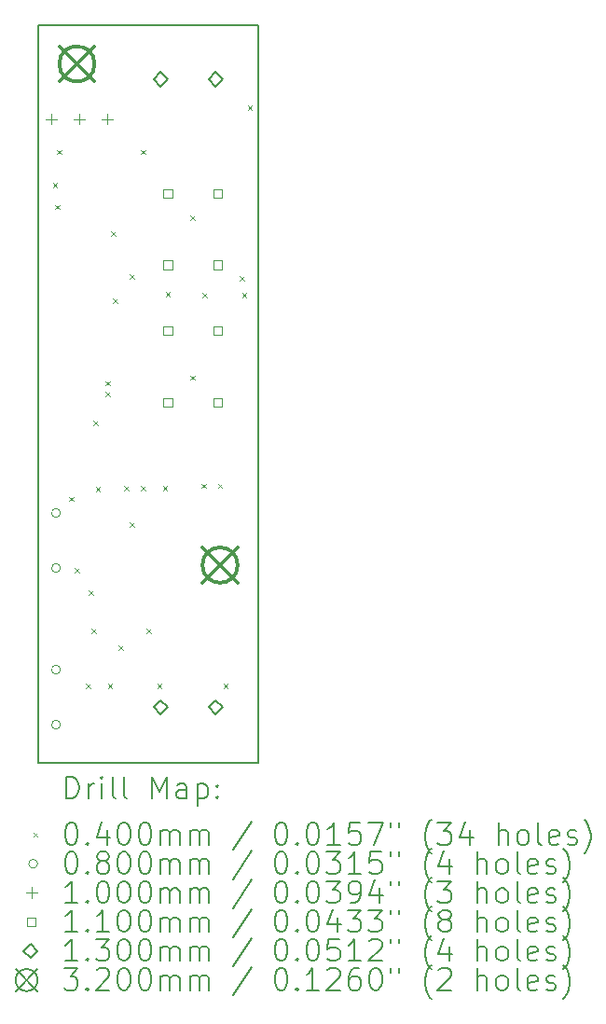
<source format=gbr>
%TF.GenerationSoftware,KiCad,Pcbnew,7.0.10*%
%TF.CreationDate,2024-02-17T17:59:56+01:00*%
%TF.ProjectId,Master_Clock,4d617374-6572-45f4-936c-6f636b2e6b69,1.1*%
%TF.SameCoordinates,Original*%
%TF.FileFunction,Drillmap*%
%TF.FilePolarity,Positive*%
%FSLAX45Y45*%
G04 Gerber Fmt 4.5, Leading zero omitted, Abs format (unit mm)*
G04 Created by KiCad (PCBNEW 7.0.10) date 2024-02-17 17:59:56*
%MOMM*%
%LPD*%
G01*
G04 APERTURE LIST*
%ADD10C,0.150000*%
%ADD11C,0.200000*%
%ADD12C,0.100000*%
%ADD13C,0.110000*%
%ADD14C,0.130000*%
%ADD15C,0.320000*%
G04 APERTURE END LIST*
D10*
X14400000Y-5800000D02*
X16400000Y-5800000D01*
X16400000Y-12500000D01*
X14400000Y-12500000D01*
X14400000Y-5800000D01*
D11*
D12*
X14530000Y-7230000D02*
X14570000Y-7270000D01*
X14570000Y-7230000D02*
X14530000Y-7270000D01*
X14550000Y-7430000D02*
X14590000Y-7470000D01*
X14590000Y-7430000D02*
X14550000Y-7470000D01*
X14570000Y-6930000D02*
X14610000Y-6970000D01*
X14610000Y-6930000D02*
X14570000Y-6970000D01*
X14680000Y-10080000D02*
X14720000Y-10120000D01*
X14720000Y-10080000D02*
X14680000Y-10120000D01*
X14730000Y-10730000D02*
X14770000Y-10770000D01*
X14770000Y-10730000D02*
X14730000Y-10770000D01*
X14830000Y-11780000D02*
X14870000Y-11820000D01*
X14870000Y-11780000D02*
X14830000Y-11820000D01*
X14855000Y-10930000D02*
X14895000Y-10970000D01*
X14895000Y-10930000D02*
X14855000Y-10970000D01*
X14880000Y-11280000D02*
X14920000Y-11320000D01*
X14920000Y-11280000D02*
X14880000Y-11320000D01*
X14900000Y-9390000D02*
X14940000Y-9430000D01*
X14940000Y-9390000D02*
X14900000Y-9430000D01*
X14921250Y-9988750D02*
X14961250Y-10028750D01*
X14961250Y-9988750D02*
X14921250Y-10028750D01*
X15010000Y-9030000D02*
X15050000Y-9070000D01*
X15050000Y-9030000D02*
X15010000Y-9070000D01*
X15010000Y-9130000D02*
X15050000Y-9170000D01*
X15050000Y-9130000D02*
X15010000Y-9170000D01*
X15030000Y-11780000D02*
X15070000Y-11820000D01*
X15070000Y-11780000D02*
X15030000Y-11820000D01*
X15060000Y-7670000D02*
X15100000Y-7710000D01*
X15100000Y-7670000D02*
X15060000Y-7710000D01*
X15080000Y-8280000D02*
X15120000Y-8320000D01*
X15120000Y-8280000D02*
X15080000Y-8320000D01*
X15130000Y-11430000D02*
X15170000Y-11470000D01*
X15170000Y-11430000D02*
X15130000Y-11470000D01*
X15180000Y-9980000D02*
X15220000Y-10020000D01*
X15220000Y-9980000D02*
X15180000Y-10020000D01*
X15230000Y-8060000D02*
X15270000Y-8100000D01*
X15270000Y-8060000D02*
X15230000Y-8100000D01*
X15230000Y-10310950D02*
X15270000Y-10350950D01*
X15270000Y-10310950D02*
X15230000Y-10350950D01*
X15330000Y-9980000D02*
X15370000Y-10020000D01*
X15370000Y-9980000D02*
X15330000Y-10020000D01*
X15333750Y-6930000D02*
X15373750Y-6970000D01*
X15373750Y-6930000D02*
X15333750Y-6970000D01*
X15380000Y-11280000D02*
X15420000Y-11320000D01*
X15420000Y-11280000D02*
X15380000Y-11320000D01*
X15480000Y-11780000D02*
X15520000Y-11820000D01*
X15520000Y-11780000D02*
X15480000Y-11820000D01*
X15530000Y-9980000D02*
X15570000Y-10020000D01*
X15570000Y-9980000D02*
X15530000Y-10020000D01*
X15555000Y-8220000D02*
X15595000Y-8260000D01*
X15595000Y-8220000D02*
X15555000Y-8260000D01*
X15780000Y-7530000D02*
X15820000Y-7570000D01*
X15820000Y-7530000D02*
X15780000Y-7570000D01*
X15780000Y-8980000D02*
X15820000Y-9020000D01*
X15820000Y-8980000D02*
X15780000Y-9020000D01*
X15880000Y-9961250D02*
X15920000Y-10001250D01*
X15920000Y-9961250D02*
X15880000Y-10001250D01*
X15890000Y-8230000D02*
X15930000Y-8270000D01*
X15930000Y-8230000D02*
X15890000Y-8270000D01*
X16030000Y-9961250D02*
X16070000Y-10001250D01*
X16070000Y-9961250D02*
X16030000Y-10001250D01*
X16080000Y-11780000D02*
X16120000Y-11820000D01*
X16120000Y-11780000D02*
X16080000Y-11820000D01*
X16230000Y-8080000D02*
X16270000Y-8120000D01*
X16270000Y-8080000D02*
X16230000Y-8120000D01*
X16250000Y-8230000D02*
X16290000Y-8270000D01*
X16290000Y-8230000D02*
X16250000Y-8270000D01*
X16300000Y-6530000D02*
X16340000Y-6570000D01*
X16340000Y-6530000D02*
X16300000Y-6570000D01*
X14600000Y-10227500D02*
G75*
G03*
X14520000Y-10227500I-40000J0D01*
G01*
X14520000Y-10227500D02*
G75*
G03*
X14600000Y-10227500I40000J0D01*
G01*
X14600000Y-10727500D02*
G75*
G03*
X14520000Y-10727500I-40000J0D01*
G01*
X14520000Y-10727500D02*
G75*
G03*
X14600000Y-10727500I40000J0D01*
G01*
X14600000Y-11650000D02*
G75*
G03*
X14520000Y-11650000I-40000J0D01*
G01*
X14520000Y-11650000D02*
G75*
G03*
X14600000Y-11650000I40000J0D01*
G01*
X14600000Y-12150000D02*
G75*
G03*
X14520000Y-12150000I-40000J0D01*
G01*
X14520000Y-12150000D02*
G75*
G03*
X14600000Y-12150000I40000J0D01*
G01*
X14517000Y-6600000D02*
X14517000Y-6700000D01*
X14467000Y-6650000D02*
X14567000Y-6650000D01*
X14771000Y-6600000D02*
X14771000Y-6700000D01*
X14721000Y-6650000D02*
X14821000Y-6650000D01*
X15025000Y-6600000D02*
X15025000Y-6700000D01*
X14975000Y-6650000D02*
X15075000Y-6650000D01*
D13*
X15613891Y-7363891D02*
X15613891Y-7286109D01*
X15536109Y-7286109D01*
X15536109Y-7363891D01*
X15613891Y-7363891D01*
X15613891Y-8013891D02*
X15613891Y-7936109D01*
X15536109Y-7936109D01*
X15536109Y-8013891D01*
X15613891Y-8013891D01*
X15613891Y-8613891D02*
X15613891Y-8536109D01*
X15536109Y-8536109D01*
X15536109Y-8613891D01*
X15613891Y-8613891D01*
X15613891Y-9263891D02*
X15613891Y-9186109D01*
X15536109Y-9186109D01*
X15536109Y-9263891D01*
X15613891Y-9263891D01*
X16063891Y-7363891D02*
X16063891Y-7286109D01*
X15986109Y-7286109D01*
X15986109Y-7363891D01*
X16063891Y-7363891D01*
X16063891Y-8013891D02*
X16063891Y-7936109D01*
X15986109Y-7936109D01*
X15986109Y-8013891D01*
X16063891Y-8013891D01*
X16063891Y-8613891D02*
X16063891Y-8536109D01*
X15986109Y-8536109D01*
X15986109Y-8613891D01*
X16063891Y-8613891D01*
X16063891Y-9263891D02*
X16063891Y-9186109D01*
X15986109Y-9186109D01*
X15986109Y-9263891D01*
X16063891Y-9263891D01*
D14*
X15510000Y-6355000D02*
X15575000Y-6290000D01*
X15510000Y-6225000D01*
X15445000Y-6290000D01*
X15510000Y-6355000D01*
X15510000Y-12055000D02*
X15575000Y-11990000D01*
X15510000Y-11925000D01*
X15445000Y-11990000D01*
X15510000Y-12055000D01*
X16010000Y-6355000D02*
X16075000Y-6290000D01*
X16010000Y-6225000D01*
X15945000Y-6290000D01*
X16010000Y-6355000D01*
X16010000Y-12055000D02*
X16075000Y-11990000D01*
X16010000Y-11925000D01*
X15945000Y-11990000D01*
X16010000Y-12055000D01*
D15*
X14590000Y-5990000D02*
X14910000Y-6310000D01*
X14910000Y-5990000D02*
X14590000Y-6310000D01*
X14910000Y-6150000D02*
G75*
G03*
X14590000Y-6150000I-160000J0D01*
G01*
X14590000Y-6150000D02*
G75*
G03*
X14910000Y-6150000I160000J0D01*
G01*
X15890000Y-10540000D02*
X16210000Y-10860000D01*
X16210000Y-10540000D02*
X15890000Y-10860000D01*
X16210000Y-10700000D02*
G75*
G03*
X15890000Y-10700000I-160000J0D01*
G01*
X15890000Y-10700000D02*
G75*
G03*
X16210000Y-10700000I160000J0D01*
G01*
D11*
X14653277Y-12818984D02*
X14653277Y-12618984D01*
X14653277Y-12618984D02*
X14700896Y-12618984D01*
X14700896Y-12618984D02*
X14729467Y-12628508D01*
X14729467Y-12628508D02*
X14748515Y-12647555D01*
X14748515Y-12647555D02*
X14758039Y-12666603D01*
X14758039Y-12666603D02*
X14767562Y-12704698D01*
X14767562Y-12704698D02*
X14767562Y-12733269D01*
X14767562Y-12733269D02*
X14758039Y-12771365D01*
X14758039Y-12771365D02*
X14748515Y-12790412D01*
X14748515Y-12790412D02*
X14729467Y-12809460D01*
X14729467Y-12809460D02*
X14700896Y-12818984D01*
X14700896Y-12818984D02*
X14653277Y-12818984D01*
X14853277Y-12818984D02*
X14853277Y-12685650D01*
X14853277Y-12723746D02*
X14862801Y-12704698D01*
X14862801Y-12704698D02*
X14872324Y-12695174D01*
X14872324Y-12695174D02*
X14891372Y-12685650D01*
X14891372Y-12685650D02*
X14910420Y-12685650D01*
X14977086Y-12818984D02*
X14977086Y-12685650D01*
X14977086Y-12618984D02*
X14967562Y-12628508D01*
X14967562Y-12628508D02*
X14977086Y-12638031D01*
X14977086Y-12638031D02*
X14986610Y-12628508D01*
X14986610Y-12628508D02*
X14977086Y-12618984D01*
X14977086Y-12618984D02*
X14977086Y-12638031D01*
X15100896Y-12818984D02*
X15081848Y-12809460D01*
X15081848Y-12809460D02*
X15072324Y-12790412D01*
X15072324Y-12790412D02*
X15072324Y-12618984D01*
X15205658Y-12818984D02*
X15186610Y-12809460D01*
X15186610Y-12809460D02*
X15177086Y-12790412D01*
X15177086Y-12790412D02*
X15177086Y-12618984D01*
X15434229Y-12818984D02*
X15434229Y-12618984D01*
X15434229Y-12618984D02*
X15500896Y-12761841D01*
X15500896Y-12761841D02*
X15567562Y-12618984D01*
X15567562Y-12618984D02*
X15567562Y-12818984D01*
X15748515Y-12818984D02*
X15748515Y-12714222D01*
X15748515Y-12714222D02*
X15738991Y-12695174D01*
X15738991Y-12695174D02*
X15719943Y-12685650D01*
X15719943Y-12685650D02*
X15681848Y-12685650D01*
X15681848Y-12685650D02*
X15662801Y-12695174D01*
X15748515Y-12809460D02*
X15729467Y-12818984D01*
X15729467Y-12818984D02*
X15681848Y-12818984D01*
X15681848Y-12818984D02*
X15662801Y-12809460D01*
X15662801Y-12809460D02*
X15653277Y-12790412D01*
X15653277Y-12790412D02*
X15653277Y-12771365D01*
X15653277Y-12771365D02*
X15662801Y-12752317D01*
X15662801Y-12752317D02*
X15681848Y-12742793D01*
X15681848Y-12742793D02*
X15729467Y-12742793D01*
X15729467Y-12742793D02*
X15748515Y-12733269D01*
X15843753Y-12685650D02*
X15843753Y-12885650D01*
X15843753Y-12695174D02*
X15862801Y-12685650D01*
X15862801Y-12685650D02*
X15900896Y-12685650D01*
X15900896Y-12685650D02*
X15919943Y-12695174D01*
X15919943Y-12695174D02*
X15929467Y-12704698D01*
X15929467Y-12704698D02*
X15938991Y-12723746D01*
X15938991Y-12723746D02*
X15938991Y-12780888D01*
X15938991Y-12780888D02*
X15929467Y-12799936D01*
X15929467Y-12799936D02*
X15919943Y-12809460D01*
X15919943Y-12809460D02*
X15900896Y-12818984D01*
X15900896Y-12818984D02*
X15862801Y-12818984D01*
X15862801Y-12818984D02*
X15843753Y-12809460D01*
X16024705Y-12799936D02*
X16034229Y-12809460D01*
X16034229Y-12809460D02*
X16024705Y-12818984D01*
X16024705Y-12818984D02*
X16015182Y-12809460D01*
X16015182Y-12809460D02*
X16024705Y-12799936D01*
X16024705Y-12799936D02*
X16024705Y-12818984D01*
X16024705Y-12695174D02*
X16034229Y-12704698D01*
X16034229Y-12704698D02*
X16024705Y-12714222D01*
X16024705Y-12714222D02*
X16015182Y-12704698D01*
X16015182Y-12704698D02*
X16024705Y-12695174D01*
X16024705Y-12695174D02*
X16024705Y-12714222D01*
D12*
X14352500Y-13127500D02*
X14392500Y-13167500D01*
X14392500Y-13127500D02*
X14352500Y-13167500D01*
D11*
X14691372Y-13038984D02*
X14710420Y-13038984D01*
X14710420Y-13038984D02*
X14729467Y-13048508D01*
X14729467Y-13048508D02*
X14738991Y-13058031D01*
X14738991Y-13058031D02*
X14748515Y-13077079D01*
X14748515Y-13077079D02*
X14758039Y-13115174D01*
X14758039Y-13115174D02*
X14758039Y-13162793D01*
X14758039Y-13162793D02*
X14748515Y-13200888D01*
X14748515Y-13200888D02*
X14738991Y-13219936D01*
X14738991Y-13219936D02*
X14729467Y-13229460D01*
X14729467Y-13229460D02*
X14710420Y-13238984D01*
X14710420Y-13238984D02*
X14691372Y-13238984D01*
X14691372Y-13238984D02*
X14672324Y-13229460D01*
X14672324Y-13229460D02*
X14662801Y-13219936D01*
X14662801Y-13219936D02*
X14653277Y-13200888D01*
X14653277Y-13200888D02*
X14643753Y-13162793D01*
X14643753Y-13162793D02*
X14643753Y-13115174D01*
X14643753Y-13115174D02*
X14653277Y-13077079D01*
X14653277Y-13077079D02*
X14662801Y-13058031D01*
X14662801Y-13058031D02*
X14672324Y-13048508D01*
X14672324Y-13048508D02*
X14691372Y-13038984D01*
X14843753Y-13219936D02*
X14853277Y-13229460D01*
X14853277Y-13229460D02*
X14843753Y-13238984D01*
X14843753Y-13238984D02*
X14834229Y-13229460D01*
X14834229Y-13229460D02*
X14843753Y-13219936D01*
X14843753Y-13219936D02*
X14843753Y-13238984D01*
X15024705Y-13105650D02*
X15024705Y-13238984D01*
X14977086Y-13029460D02*
X14929467Y-13172317D01*
X14929467Y-13172317D02*
X15053277Y-13172317D01*
X15167562Y-13038984D02*
X15186610Y-13038984D01*
X15186610Y-13038984D02*
X15205658Y-13048508D01*
X15205658Y-13048508D02*
X15215182Y-13058031D01*
X15215182Y-13058031D02*
X15224705Y-13077079D01*
X15224705Y-13077079D02*
X15234229Y-13115174D01*
X15234229Y-13115174D02*
X15234229Y-13162793D01*
X15234229Y-13162793D02*
X15224705Y-13200888D01*
X15224705Y-13200888D02*
X15215182Y-13219936D01*
X15215182Y-13219936D02*
X15205658Y-13229460D01*
X15205658Y-13229460D02*
X15186610Y-13238984D01*
X15186610Y-13238984D02*
X15167562Y-13238984D01*
X15167562Y-13238984D02*
X15148515Y-13229460D01*
X15148515Y-13229460D02*
X15138991Y-13219936D01*
X15138991Y-13219936D02*
X15129467Y-13200888D01*
X15129467Y-13200888D02*
X15119943Y-13162793D01*
X15119943Y-13162793D02*
X15119943Y-13115174D01*
X15119943Y-13115174D02*
X15129467Y-13077079D01*
X15129467Y-13077079D02*
X15138991Y-13058031D01*
X15138991Y-13058031D02*
X15148515Y-13048508D01*
X15148515Y-13048508D02*
X15167562Y-13038984D01*
X15358039Y-13038984D02*
X15377086Y-13038984D01*
X15377086Y-13038984D02*
X15396134Y-13048508D01*
X15396134Y-13048508D02*
X15405658Y-13058031D01*
X15405658Y-13058031D02*
X15415182Y-13077079D01*
X15415182Y-13077079D02*
X15424705Y-13115174D01*
X15424705Y-13115174D02*
X15424705Y-13162793D01*
X15424705Y-13162793D02*
X15415182Y-13200888D01*
X15415182Y-13200888D02*
X15405658Y-13219936D01*
X15405658Y-13219936D02*
X15396134Y-13229460D01*
X15396134Y-13229460D02*
X15377086Y-13238984D01*
X15377086Y-13238984D02*
X15358039Y-13238984D01*
X15358039Y-13238984D02*
X15338991Y-13229460D01*
X15338991Y-13229460D02*
X15329467Y-13219936D01*
X15329467Y-13219936D02*
X15319943Y-13200888D01*
X15319943Y-13200888D02*
X15310420Y-13162793D01*
X15310420Y-13162793D02*
X15310420Y-13115174D01*
X15310420Y-13115174D02*
X15319943Y-13077079D01*
X15319943Y-13077079D02*
X15329467Y-13058031D01*
X15329467Y-13058031D02*
X15338991Y-13048508D01*
X15338991Y-13048508D02*
X15358039Y-13038984D01*
X15510420Y-13238984D02*
X15510420Y-13105650D01*
X15510420Y-13124698D02*
X15519943Y-13115174D01*
X15519943Y-13115174D02*
X15538991Y-13105650D01*
X15538991Y-13105650D02*
X15567563Y-13105650D01*
X15567563Y-13105650D02*
X15586610Y-13115174D01*
X15586610Y-13115174D02*
X15596134Y-13134222D01*
X15596134Y-13134222D02*
X15596134Y-13238984D01*
X15596134Y-13134222D02*
X15605658Y-13115174D01*
X15605658Y-13115174D02*
X15624705Y-13105650D01*
X15624705Y-13105650D02*
X15653277Y-13105650D01*
X15653277Y-13105650D02*
X15672324Y-13115174D01*
X15672324Y-13115174D02*
X15681848Y-13134222D01*
X15681848Y-13134222D02*
X15681848Y-13238984D01*
X15777086Y-13238984D02*
X15777086Y-13105650D01*
X15777086Y-13124698D02*
X15786610Y-13115174D01*
X15786610Y-13115174D02*
X15805658Y-13105650D01*
X15805658Y-13105650D02*
X15834229Y-13105650D01*
X15834229Y-13105650D02*
X15853277Y-13115174D01*
X15853277Y-13115174D02*
X15862801Y-13134222D01*
X15862801Y-13134222D02*
X15862801Y-13238984D01*
X15862801Y-13134222D02*
X15872324Y-13115174D01*
X15872324Y-13115174D02*
X15891372Y-13105650D01*
X15891372Y-13105650D02*
X15919943Y-13105650D01*
X15919943Y-13105650D02*
X15938991Y-13115174D01*
X15938991Y-13115174D02*
X15948515Y-13134222D01*
X15948515Y-13134222D02*
X15948515Y-13238984D01*
X16338991Y-13029460D02*
X16167563Y-13286603D01*
X16596134Y-13038984D02*
X16615182Y-13038984D01*
X16615182Y-13038984D02*
X16634229Y-13048508D01*
X16634229Y-13048508D02*
X16643753Y-13058031D01*
X16643753Y-13058031D02*
X16653277Y-13077079D01*
X16653277Y-13077079D02*
X16662801Y-13115174D01*
X16662801Y-13115174D02*
X16662801Y-13162793D01*
X16662801Y-13162793D02*
X16653277Y-13200888D01*
X16653277Y-13200888D02*
X16643753Y-13219936D01*
X16643753Y-13219936D02*
X16634229Y-13229460D01*
X16634229Y-13229460D02*
X16615182Y-13238984D01*
X16615182Y-13238984D02*
X16596134Y-13238984D01*
X16596134Y-13238984D02*
X16577086Y-13229460D01*
X16577086Y-13229460D02*
X16567563Y-13219936D01*
X16567563Y-13219936D02*
X16558039Y-13200888D01*
X16558039Y-13200888D02*
X16548515Y-13162793D01*
X16548515Y-13162793D02*
X16548515Y-13115174D01*
X16548515Y-13115174D02*
X16558039Y-13077079D01*
X16558039Y-13077079D02*
X16567563Y-13058031D01*
X16567563Y-13058031D02*
X16577086Y-13048508D01*
X16577086Y-13048508D02*
X16596134Y-13038984D01*
X16748515Y-13219936D02*
X16758039Y-13229460D01*
X16758039Y-13229460D02*
X16748515Y-13238984D01*
X16748515Y-13238984D02*
X16738991Y-13229460D01*
X16738991Y-13229460D02*
X16748515Y-13219936D01*
X16748515Y-13219936D02*
X16748515Y-13238984D01*
X16881848Y-13038984D02*
X16900896Y-13038984D01*
X16900896Y-13038984D02*
X16919944Y-13048508D01*
X16919944Y-13048508D02*
X16929468Y-13058031D01*
X16929468Y-13058031D02*
X16938991Y-13077079D01*
X16938991Y-13077079D02*
X16948515Y-13115174D01*
X16948515Y-13115174D02*
X16948515Y-13162793D01*
X16948515Y-13162793D02*
X16938991Y-13200888D01*
X16938991Y-13200888D02*
X16929468Y-13219936D01*
X16929468Y-13219936D02*
X16919944Y-13229460D01*
X16919944Y-13229460D02*
X16900896Y-13238984D01*
X16900896Y-13238984D02*
X16881848Y-13238984D01*
X16881848Y-13238984D02*
X16862801Y-13229460D01*
X16862801Y-13229460D02*
X16853277Y-13219936D01*
X16853277Y-13219936D02*
X16843753Y-13200888D01*
X16843753Y-13200888D02*
X16834229Y-13162793D01*
X16834229Y-13162793D02*
X16834229Y-13115174D01*
X16834229Y-13115174D02*
X16843753Y-13077079D01*
X16843753Y-13077079D02*
X16853277Y-13058031D01*
X16853277Y-13058031D02*
X16862801Y-13048508D01*
X16862801Y-13048508D02*
X16881848Y-13038984D01*
X17138991Y-13238984D02*
X17024706Y-13238984D01*
X17081848Y-13238984D02*
X17081848Y-13038984D01*
X17081848Y-13038984D02*
X17062801Y-13067555D01*
X17062801Y-13067555D02*
X17043753Y-13086603D01*
X17043753Y-13086603D02*
X17024706Y-13096127D01*
X17319944Y-13038984D02*
X17224706Y-13038984D01*
X17224706Y-13038984D02*
X17215182Y-13134222D01*
X17215182Y-13134222D02*
X17224706Y-13124698D01*
X17224706Y-13124698D02*
X17243753Y-13115174D01*
X17243753Y-13115174D02*
X17291372Y-13115174D01*
X17291372Y-13115174D02*
X17310420Y-13124698D01*
X17310420Y-13124698D02*
X17319944Y-13134222D01*
X17319944Y-13134222D02*
X17329468Y-13153269D01*
X17329468Y-13153269D02*
X17329468Y-13200888D01*
X17329468Y-13200888D02*
X17319944Y-13219936D01*
X17319944Y-13219936D02*
X17310420Y-13229460D01*
X17310420Y-13229460D02*
X17291372Y-13238984D01*
X17291372Y-13238984D02*
X17243753Y-13238984D01*
X17243753Y-13238984D02*
X17224706Y-13229460D01*
X17224706Y-13229460D02*
X17215182Y-13219936D01*
X17396134Y-13038984D02*
X17529468Y-13038984D01*
X17529468Y-13038984D02*
X17443753Y-13238984D01*
X17596134Y-13038984D02*
X17596134Y-13077079D01*
X17672325Y-13038984D02*
X17672325Y-13077079D01*
X17967563Y-13315174D02*
X17958039Y-13305650D01*
X17958039Y-13305650D02*
X17938991Y-13277079D01*
X17938991Y-13277079D02*
X17929468Y-13258031D01*
X17929468Y-13258031D02*
X17919944Y-13229460D01*
X17919944Y-13229460D02*
X17910420Y-13181841D01*
X17910420Y-13181841D02*
X17910420Y-13143746D01*
X17910420Y-13143746D02*
X17919944Y-13096127D01*
X17919944Y-13096127D02*
X17929468Y-13067555D01*
X17929468Y-13067555D02*
X17938991Y-13048508D01*
X17938991Y-13048508D02*
X17958039Y-13019936D01*
X17958039Y-13019936D02*
X17967563Y-13010412D01*
X18024706Y-13038984D02*
X18148515Y-13038984D01*
X18148515Y-13038984D02*
X18081849Y-13115174D01*
X18081849Y-13115174D02*
X18110420Y-13115174D01*
X18110420Y-13115174D02*
X18129468Y-13124698D01*
X18129468Y-13124698D02*
X18138991Y-13134222D01*
X18138991Y-13134222D02*
X18148515Y-13153269D01*
X18148515Y-13153269D02*
X18148515Y-13200888D01*
X18148515Y-13200888D02*
X18138991Y-13219936D01*
X18138991Y-13219936D02*
X18129468Y-13229460D01*
X18129468Y-13229460D02*
X18110420Y-13238984D01*
X18110420Y-13238984D02*
X18053277Y-13238984D01*
X18053277Y-13238984D02*
X18034230Y-13229460D01*
X18034230Y-13229460D02*
X18024706Y-13219936D01*
X18319944Y-13105650D02*
X18319944Y-13238984D01*
X18272325Y-13029460D02*
X18224706Y-13172317D01*
X18224706Y-13172317D02*
X18348515Y-13172317D01*
X18577087Y-13238984D02*
X18577087Y-13038984D01*
X18662801Y-13238984D02*
X18662801Y-13134222D01*
X18662801Y-13134222D02*
X18653277Y-13115174D01*
X18653277Y-13115174D02*
X18634230Y-13105650D01*
X18634230Y-13105650D02*
X18605658Y-13105650D01*
X18605658Y-13105650D02*
X18586611Y-13115174D01*
X18586611Y-13115174D02*
X18577087Y-13124698D01*
X18786611Y-13238984D02*
X18767563Y-13229460D01*
X18767563Y-13229460D02*
X18758039Y-13219936D01*
X18758039Y-13219936D02*
X18748515Y-13200888D01*
X18748515Y-13200888D02*
X18748515Y-13143746D01*
X18748515Y-13143746D02*
X18758039Y-13124698D01*
X18758039Y-13124698D02*
X18767563Y-13115174D01*
X18767563Y-13115174D02*
X18786611Y-13105650D01*
X18786611Y-13105650D02*
X18815182Y-13105650D01*
X18815182Y-13105650D02*
X18834230Y-13115174D01*
X18834230Y-13115174D02*
X18843753Y-13124698D01*
X18843753Y-13124698D02*
X18853277Y-13143746D01*
X18853277Y-13143746D02*
X18853277Y-13200888D01*
X18853277Y-13200888D02*
X18843753Y-13219936D01*
X18843753Y-13219936D02*
X18834230Y-13229460D01*
X18834230Y-13229460D02*
X18815182Y-13238984D01*
X18815182Y-13238984D02*
X18786611Y-13238984D01*
X18967563Y-13238984D02*
X18948515Y-13229460D01*
X18948515Y-13229460D02*
X18938992Y-13210412D01*
X18938992Y-13210412D02*
X18938992Y-13038984D01*
X19119944Y-13229460D02*
X19100896Y-13238984D01*
X19100896Y-13238984D02*
X19062801Y-13238984D01*
X19062801Y-13238984D02*
X19043753Y-13229460D01*
X19043753Y-13229460D02*
X19034230Y-13210412D01*
X19034230Y-13210412D02*
X19034230Y-13134222D01*
X19034230Y-13134222D02*
X19043753Y-13115174D01*
X19043753Y-13115174D02*
X19062801Y-13105650D01*
X19062801Y-13105650D02*
X19100896Y-13105650D01*
X19100896Y-13105650D02*
X19119944Y-13115174D01*
X19119944Y-13115174D02*
X19129468Y-13134222D01*
X19129468Y-13134222D02*
X19129468Y-13153269D01*
X19129468Y-13153269D02*
X19034230Y-13172317D01*
X19205658Y-13229460D02*
X19224706Y-13238984D01*
X19224706Y-13238984D02*
X19262801Y-13238984D01*
X19262801Y-13238984D02*
X19281849Y-13229460D01*
X19281849Y-13229460D02*
X19291373Y-13210412D01*
X19291373Y-13210412D02*
X19291373Y-13200888D01*
X19291373Y-13200888D02*
X19281849Y-13181841D01*
X19281849Y-13181841D02*
X19262801Y-13172317D01*
X19262801Y-13172317D02*
X19234230Y-13172317D01*
X19234230Y-13172317D02*
X19215182Y-13162793D01*
X19215182Y-13162793D02*
X19205658Y-13143746D01*
X19205658Y-13143746D02*
X19205658Y-13134222D01*
X19205658Y-13134222D02*
X19215182Y-13115174D01*
X19215182Y-13115174D02*
X19234230Y-13105650D01*
X19234230Y-13105650D02*
X19262801Y-13105650D01*
X19262801Y-13105650D02*
X19281849Y-13115174D01*
X19358039Y-13315174D02*
X19367563Y-13305650D01*
X19367563Y-13305650D02*
X19386611Y-13277079D01*
X19386611Y-13277079D02*
X19396134Y-13258031D01*
X19396134Y-13258031D02*
X19405658Y-13229460D01*
X19405658Y-13229460D02*
X19415182Y-13181841D01*
X19415182Y-13181841D02*
X19415182Y-13143746D01*
X19415182Y-13143746D02*
X19405658Y-13096127D01*
X19405658Y-13096127D02*
X19396134Y-13067555D01*
X19396134Y-13067555D02*
X19386611Y-13048508D01*
X19386611Y-13048508D02*
X19367563Y-13019936D01*
X19367563Y-13019936D02*
X19358039Y-13010412D01*
D12*
X14392500Y-13411500D02*
G75*
G03*
X14312500Y-13411500I-40000J0D01*
G01*
X14312500Y-13411500D02*
G75*
G03*
X14392500Y-13411500I40000J0D01*
G01*
D11*
X14691372Y-13302984D02*
X14710420Y-13302984D01*
X14710420Y-13302984D02*
X14729467Y-13312508D01*
X14729467Y-13312508D02*
X14738991Y-13322031D01*
X14738991Y-13322031D02*
X14748515Y-13341079D01*
X14748515Y-13341079D02*
X14758039Y-13379174D01*
X14758039Y-13379174D02*
X14758039Y-13426793D01*
X14758039Y-13426793D02*
X14748515Y-13464888D01*
X14748515Y-13464888D02*
X14738991Y-13483936D01*
X14738991Y-13483936D02*
X14729467Y-13493460D01*
X14729467Y-13493460D02*
X14710420Y-13502984D01*
X14710420Y-13502984D02*
X14691372Y-13502984D01*
X14691372Y-13502984D02*
X14672324Y-13493460D01*
X14672324Y-13493460D02*
X14662801Y-13483936D01*
X14662801Y-13483936D02*
X14653277Y-13464888D01*
X14653277Y-13464888D02*
X14643753Y-13426793D01*
X14643753Y-13426793D02*
X14643753Y-13379174D01*
X14643753Y-13379174D02*
X14653277Y-13341079D01*
X14653277Y-13341079D02*
X14662801Y-13322031D01*
X14662801Y-13322031D02*
X14672324Y-13312508D01*
X14672324Y-13312508D02*
X14691372Y-13302984D01*
X14843753Y-13483936D02*
X14853277Y-13493460D01*
X14853277Y-13493460D02*
X14843753Y-13502984D01*
X14843753Y-13502984D02*
X14834229Y-13493460D01*
X14834229Y-13493460D02*
X14843753Y-13483936D01*
X14843753Y-13483936D02*
X14843753Y-13502984D01*
X14967562Y-13388698D02*
X14948515Y-13379174D01*
X14948515Y-13379174D02*
X14938991Y-13369650D01*
X14938991Y-13369650D02*
X14929467Y-13350603D01*
X14929467Y-13350603D02*
X14929467Y-13341079D01*
X14929467Y-13341079D02*
X14938991Y-13322031D01*
X14938991Y-13322031D02*
X14948515Y-13312508D01*
X14948515Y-13312508D02*
X14967562Y-13302984D01*
X14967562Y-13302984D02*
X15005658Y-13302984D01*
X15005658Y-13302984D02*
X15024705Y-13312508D01*
X15024705Y-13312508D02*
X15034229Y-13322031D01*
X15034229Y-13322031D02*
X15043753Y-13341079D01*
X15043753Y-13341079D02*
X15043753Y-13350603D01*
X15043753Y-13350603D02*
X15034229Y-13369650D01*
X15034229Y-13369650D02*
X15024705Y-13379174D01*
X15024705Y-13379174D02*
X15005658Y-13388698D01*
X15005658Y-13388698D02*
X14967562Y-13388698D01*
X14967562Y-13388698D02*
X14948515Y-13398222D01*
X14948515Y-13398222D02*
X14938991Y-13407746D01*
X14938991Y-13407746D02*
X14929467Y-13426793D01*
X14929467Y-13426793D02*
X14929467Y-13464888D01*
X14929467Y-13464888D02*
X14938991Y-13483936D01*
X14938991Y-13483936D02*
X14948515Y-13493460D01*
X14948515Y-13493460D02*
X14967562Y-13502984D01*
X14967562Y-13502984D02*
X15005658Y-13502984D01*
X15005658Y-13502984D02*
X15024705Y-13493460D01*
X15024705Y-13493460D02*
X15034229Y-13483936D01*
X15034229Y-13483936D02*
X15043753Y-13464888D01*
X15043753Y-13464888D02*
X15043753Y-13426793D01*
X15043753Y-13426793D02*
X15034229Y-13407746D01*
X15034229Y-13407746D02*
X15024705Y-13398222D01*
X15024705Y-13398222D02*
X15005658Y-13388698D01*
X15167562Y-13302984D02*
X15186610Y-13302984D01*
X15186610Y-13302984D02*
X15205658Y-13312508D01*
X15205658Y-13312508D02*
X15215182Y-13322031D01*
X15215182Y-13322031D02*
X15224705Y-13341079D01*
X15224705Y-13341079D02*
X15234229Y-13379174D01*
X15234229Y-13379174D02*
X15234229Y-13426793D01*
X15234229Y-13426793D02*
X15224705Y-13464888D01*
X15224705Y-13464888D02*
X15215182Y-13483936D01*
X15215182Y-13483936D02*
X15205658Y-13493460D01*
X15205658Y-13493460D02*
X15186610Y-13502984D01*
X15186610Y-13502984D02*
X15167562Y-13502984D01*
X15167562Y-13502984D02*
X15148515Y-13493460D01*
X15148515Y-13493460D02*
X15138991Y-13483936D01*
X15138991Y-13483936D02*
X15129467Y-13464888D01*
X15129467Y-13464888D02*
X15119943Y-13426793D01*
X15119943Y-13426793D02*
X15119943Y-13379174D01*
X15119943Y-13379174D02*
X15129467Y-13341079D01*
X15129467Y-13341079D02*
X15138991Y-13322031D01*
X15138991Y-13322031D02*
X15148515Y-13312508D01*
X15148515Y-13312508D02*
X15167562Y-13302984D01*
X15358039Y-13302984D02*
X15377086Y-13302984D01*
X15377086Y-13302984D02*
X15396134Y-13312508D01*
X15396134Y-13312508D02*
X15405658Y-13322031D01*
X15405658Y-13322031D02*
X15415182Y-13341079D01*
X15415182Y-13341079D02*
X15424705Y-13379174D01*
X15424705Y-13379174D02*
X15424705Y-13426793D01*
X15424705Y-13426793D02*
X15415182Y-13464888D01*
X15415182Y-13464888D02*
X15405658Y-13483936D01*
X15405658Y-13483936D02*
X15396134Y-13493460D01*
X15396134Y-13493460D02*
X15377086Y-13502984D01*
X15377086Y-13502984D02*
X15358039Y-13502984D01*
X15358039Y-13502984D02*
X15338991Y-13493460D01*
X15338991Y-13493460D02*
X15329467Y-13483936D01*
X15329467Y-13483936D02*
X15319943Y-13464888D01*
X15319943Y-13464888D02*
X15310420Y-13426793D01*
X15310420Y-13426793D02*
X15310420Y-13379174D01*
X15310420Y-13379174D02*
X15319943Y-13341079D01*
X15319943Y-13341079D02*
X15329467Y-13322031D01*
X15329467Y-13322031D02*
X15338991Y-13312508D01*
X15338991Y-13312508D02*
X15358039Y-13302984D01*
X15510420Y-13502984D02*
X15510420Y-13369650D01*
X15510420Y-13388698D02*
X15519943Y-13379174D01*
X15519943Y-13379174D02*
X15538991Y-13369650D01*
X15538991Y-13369650D02*
X15567563Y-13369650D01*
X15567563Y-13369650D02*
X15586610Y-13379174D01*
X15586610Y-13379174D02*
X15596134Y-13398222D01*
X15596134Y-13398222D02*
X15596134Y-13502984D01*
X15596134Y-13398222D02*
X15605658Y-13379174D01*
X15605658Y-13379174D02*
X15624705Y-13369650D01*
X15624705Y-13369650D02*
X15653277Y-13369650D01*
X15653277Y-13369650D02*
X15672324Y-13379174D01*
X15672324Y-13379174D02*
X15681848Y-13398222D01*
X15681848Y-13398222D02*
X15681848Y-13502984D01*
X15777086Y-13502984D02*
X15777086Y-13369650D01*
X15777086Y-13388698D02*
X15786610Y-13379174D01*
X15786610Y-13379174D02*
X15805658Y-13369650D01*
X15805658Y-13369650D02*
X15834229Y-13369650D01*
X15834229Y-13369650D02*
X15853277Y-13379174D01*
X15853277Y-13379174D02*
X15862801Y-13398222D01*
X15862801Y-13398222D02*
X15862801Y-13502984D01*
X15862801Y-13398222D02*
X15872324Y-13379174D01*
X15872324Y-13379174D02*
X15891372Y-13369650D01*
X15891372Y-13369650D02*
X15919943Y-13369650D01*
X15919943Y-13369650D02*
X15938991Y-13379174D01*
X15938991Y-13379174D02*
X15948515Y-13398222D01*
X15948515Y-13398222D02*
X15948515Y-13502984D01*
X16338991Y-13293460D02*
X16167563Y-13550603D01*
X16596134Y-13302984D02*
X16615182Y-13302984D01*
X16615182Y-13302984D02*
X16634229Y-13312508D01*
X16634229Y-13312508D02*
X16643753Y-13322031D01*
X16643753Y-13322031D02*
X16653277Y-13341079D01*
X16653277Y-13341079D02*
X16662801Y-13379174D01*
X16662801Y-13379174D02*
X16662801Y-13426793D01*
X16662801Y-13426793D02*
X16653277Y-13464888D01*
X16653277Y-13464888D02*
X16643753Y-13483936D01*
X16643753Y-13483936D02*
X16634229Y-13493460D01*
X16634229Y-13493460D02*
X16615182Y-13502984D01*
X16615182Y-13502984D02*
X16596134Y-13502984D01*
X16596134Y-13502984D02*
X16577086Y-13493460D01*
X16577086Y-13493460D02*
X16567563Y-13483936D01*
X16567563Y-13483936D02*
X16558039Y-13464888D01*
X16558039Y-13464888D02*
X16548515Y-13426793D01*
X16548515Y-13426793D02*
X16548515Y-13379174D01*
X16548515Y-13379174D02*
X16558039Y-13341079D01*
X16558039Y-13341079D02*
X16567563Y-13322031D01*
X16567563Y-13322031D02*
X16577086Y-13312508D01*
X16577086Y-13312508D02*
X16596134Y-13302984D01*
X16748515Y-13483936D02*
X16758039Y-13493460D01*
X16758039Y-13493460D02*
X16748515Y-13502984D01*
X16748515Y-13502984D02*
X16738991Y-13493460D01*
X16738991Y-13493460D02*
X16748515Y-13483936D01*
X16748515Y-13483936D02*
X16748515Y-13502984D01*
X16881848Y-13302984D02*
X16900896Y-13302984D01*
X16900896Y-13302984D02*
X16919944Y-13312508D01*
X16919944Y-13312508D02*
X16929468Y-13322031D01*
X16929468Y-13322031D02*
X16938991Y-13341079D01*
X16938991Y-13341079D02*
X16948515Y-13379174D01*
X16948515Y-13379174D02*
X16948515Y-13426793D01*
X16948515Y-13426793D02*
X16938991Y-13464888D01*
X16938991Y-13464888D02*
X16929468Y-13483936D01*
X16929468Y-13483936D02*
X16919944Y-13493460D01*
X16919944Y-13493460D02*
X16900896Y-13502984D01*
X16900896Y-13502984D02*
X16881848Y-13502984D01*
X16881848Y-13502984D02*
X16862801Y-13493460D01*
X16862801Y-13493460D02*
X16853277Y-13483936D01*
X16853277Y-13483936D02*
X16843753Y-13464888D01*
X16843753Y-13464888D02*
X16834229Y-13426793D01*
X16834229Y-13426793D02*
X16834229Y-13379174D01*
X16834229Y-13379174D02*
X16843753Y-13341079D01*
X16843753Y-13341079D02*
X16853277Y-13322031D01*
X16853277Y-13322031D02*
X16862801Y-13312508D01*
X16862801Y-13312508D02*
X16881848Y-13302984D01*
X17015182Y-13302984D02*
X17138991Y-13302984D01*
X17138991Y-13302984D02*
X17072325Y-13379174D01*
X17072325Y-13379174D02*
X17100896Y-13379174D01*
X17100896Y-13379174D02*
X17119944Y-13388698D01*
X17119944Y-13388698D02*
X17129468Y-13398222D01*
X17129468Y-13398222D02*
X17138991Y-13417269D01*
X17138991Y-13417269D02*
X17138991Y-13464888D01*
X17138991Y-13464888D02*
X17129468Y-13483936D01*
X17129468Y-13483936D02*
X17119944Y-13493460D01*
X17119944Y-13493460D02*
X17100896Y-13502984D01*
X17100896Y-13502984D02*
X17043753Y-13502984D01*
X17043753Y-13502984D02*
X17024706Y-13493460D01*
X17024706Y-13493460D02*
X17015182Y-13483936D01*
X17329468Y-13502984D02*
X17215182Y-13502984D01*
X17272325Y-13502984D02*
X17272325Y-13302984D01*
X17272325Y-13302984D02*
X17253277Y-13331555D01*
X17253277Y-13331555D02*
X17234229Y-13350603D01*
X17234229Y-13350603D02*
X17215182Y-13360127D01*
X17510420Y-13302984D02*
X17415182Y-13302984D01*
X17415182Y-13302984D02*
X17405658Y-13398222D01*
X17405658Y-13398222D02*
X17415182Y-13388698D01*
X17415182Y-13388698D02*
X17434229Y-13379174D01*
X17434229Y-13379174D02*
X17481849Y-13379174D01*
X17481849Y-13379174D02*
X17500896Y-13388698D01*
X17500896Y-13388698D02*
X17510420Y-13398222D01*
X17510420Y-13398222D02*
X17519944Y-13417269D01*
X17519944Y-13417269D02*
X17519944Y-13464888D01*
X17519944Y-13464888D02*
X17510420Y-13483936D01*
X17510420Y-13483936D02*
X17500896Y-13493460D01*
X17500896Y-13493460D02*
X17481849Y-13502984D01*
X17481849Y-13502984D02*
X17434229Y-13502984D01*
X17434229Y-13502984D02*
X17415182Y-13493460D01*
X17415182Y-13493460D02*
X17405658Y-13483936D01*
X17596134Y-13302984D02*
X17596134Y-13341079D01*
X17672325Y-13302984D02*
X17672325Y-13341079D01*
X17967563Y-13579174D02*
X17958039Y-13569650D01*
X17958039Y-13569650D02*
X17938991Y-13541079D01*
X17938991Y-13541079D02*
X17929468Y-13522031D01*
X17929468Y-13522031D02*
X17919944Y-13493460D01*
X17919944Y-13493460D02*
X17910420Y-13445841D01*
X17910420Y-13445841D02*
X17910420Y-13407746D01*
X17910420Y-13407746D02*
X17919944Y-13360127D01*
X17919944Y-13360127D02*
X17929468Y-13331555D01*
X17929468Y-13331555D02*
X17938991Y-13312508D01*
X17938991Y-13312508D02*
X17958039Y-13283936D01*
X17958039Y-13283936D02*
X17967563Y-13274412D01*
X18129468Y-13369650D02*
X18129468Y-13502984D01*
X18081849Y-13293460D02*
X18034230Y-13436317D01*
X18034230Y-13436317D02*
X18158039Y-13436317D01*
X18386611Y-13502984D02*
X18386611Y-13302984D01*
X18472325Y-13502984D02*
X18472325Y-13398222D01*
X18472325Y-13398222D02*
X18462801Y-13379174D01*
X18462801Y-13379174D02*
X18443753Y-13369650D01*
X18443753Y-13369650D02*
X18415182Y-13369650D01*
X18415182Y-13369650D02*
X18396134Y-13379174D01*
X18396134Y-13379174D02*
X18386611Y-13388698D01*
X18596134Y-13502984D02*
X18577087Y-13493460D01*
X18577087Y-13493460D02*
X18567563Y-13483936D01*
X18567563Y-13483936D02*
X18558039Y-13464888D01*
X18558039Y-13464888D02*
X18558039Y-13407746D01*
X18558039Y-13407746D02*
X18567563Y-13388698D01*
X18567563Y-13388698D02*
X18577087Y-13379174D01*
X18577087Y-13379174D02*
X18596134Y-13369650D01*
X18596134Y-13369650D02*
X18624706Y-13369650D01*
X18624706Y-13369650D02*
X18643753Y-13379174D01*
X18643753Y-13379174D02*
X18653277Y-13388698D01*
X18653277Y-13388698D02*
X18662801Y-13407746D01*
X18662801Y-13407746D02*
X18662801Y-13464888D01*
X18662801Y-13464888D02*
X18653277Y-13483936D01*
X18653277Y-13483936D02*
X18643753Y-13493460D01*
X18643753Y-13493460D02*
X18624706Y-13502984D01*
X18624706Y-13502984D02*
X18596134Y-13502984D01*
X18777087Y-13502984D02*
X18758039Y-13493460D01*
X18758039Y-13493460D02*
X18748515Y-13474412D01*
X18748515Y-13474412D02*
X18748515Y-13302984D01*
X18929468Y-13493460D02*
X18910420Y-13502984D01*
X18910420Y-13502984D02*
X18872325Y-13502984D01*
X18872325Y-13502984D02*
X18853277Y-13493460D01*
X18853277Y-13493460D02*
X18843753Y-13474412D01*
X18843753Y-13474412D02*
X18843753Y-13398222D01*
X18843753Y-13398222D02*
X18853277Y-13379174D01*
X18853277Y-13379174D02*
X18872325Y-13369650D01*
X18872325Y-13369650D02*
X18910420Y-13369650D01*
X18910420Y-13369650D02*
X18929468Y-13379174D01*
X18929468Y-13379174D02*
X18938992Y-13398222D01*
X18938992Y-13398222D02*
X18938992Y-13417269D01*
X18938992Y-13417269D02*
X18843753Y-13436317D01*
X19015182Y-13493460D02*
X19034230Y-13502984D01*
X19034230Y-13502984D02*
X19072325Y-13502984D01*
X19072325Y-13502984D02*
X19091373Y-13493460D01*
X19091373Y-13493460D02*
X19100896Y-13474412D01*
X19100896Y-13474412D02*
X19100896Y-13464888D01*
X19100896Y-13464888D02*
X19091373Y-13445841D01*
X19091373Y-13445841D02*
X19072325Y-13436317D01*
X19072325Y-13436317D02*
X19043753Y-13436317D01*
X19043753Y-13436317D02*
X19024706Y-13426793D01*
X19024706Y-13426793D02*
X19015182Y-13407746D01*
X19015182Y-13407746D02*
X19015182Y-13398222D01*
X19015182Y-13398222D02*
X19024706Y-13379174D01*
X19024706Y-13379174D02*
X19043753Y-13369650D01*
X19043753Y-13369650D02*
X19072325Y-13369650D01*
X19072325Y-13369650D02*
X19091373Y-13379174D01*
X19167563Y-13579174D02*
X19177087Y-13569650D01*
X19177087Y-13569650D02*
X19196134Y-13541079D01*
X19196134Y-13541079D02*
X19205658Y-13522031D01*
X19205658Y-13522031D02*
X19215182Y-13493460D01*
X19215182Y-13493460D02*
X19224706Y-13445841D01*
X19224706Y-13445841D02*
X19224706Y-13407746D01*
X19224706Y-13407746D02*
X19215182Y-13360127D01*
X19215182Y-13360127D02*
X19205658Y-13331555D01*
X19205658Y-13331555D02*
X19196134Y-13312508D01*
X19196134Y-13312508D02*
X19177087Y-13283936D01*
X19177087Y-13283936D02*
X19167563Y-13274412D01*
D12*
X14342500Y-13625500D02*
X14342500Y-13725500D01*
X14292500Y-13675500D02*
X14392500Y-13675500D01*
D11*
X14758039Y-13766984D02*
X14643753Y-13766984D01*
X14700896Y-13766984D02*
X14700896Y-13566984D01*
X14700896Y-13566984D02*
X14681848Y-13595555D01*
X14681848Y-13595555D02*
X14662801Y-13614603D01*
X14662801Y-13614603D02*
X14643753Y-13624127D01*
X14843753Y-13747936D02*
X14853277Y-13757460D01*
X14853277Y-13757460D02*
X14843753Y-13766984D01*
X14843753Y-13766984D02*
X14834229Y-13757460D01*
X14834229Y-13757460D02*
X14843753Y-13747936D01*
X14843753Y-13747936D02*
X14843753Y-13766984D01*
X14977086Y-13566984D02*
X14996134Y-13566984D01*
X14996134Y-13566984D02*
X15015182Y-13576508D01*
X15015182Y-13576508D02*
X15024705Y-13586031D01*
X15024705Y-13586031D02*
X15034229Y-13605079D01*
X15034229Y-13605079D02*
X15043753Y-13643174D01*
X15043753Y-13643174D02*
X15043753Y-13690793D01*
X15043753Y-13690793D02*
X15034229Y-13728888D01*
X15034229Y-13728888D02*
X15024705Y-13747936D01*
X15024705Y-13747936D02*
X15015182Y-13757460D01*
X15015182Y-13757460D02*
X14996134Y-13766984D01*
X14996134Y-13766984D02*
X14977086Y-13766984D01*
X14977086Y-13766984D02*
X14958039Y-13757460D01*
X14958039Y-13757460D02*
X14948515Y-13747936D01*
X14948515Y-13747936D02*
X14938991Y-13728888D01*
X14938991Y-13728888D02*
X14929467Y-13690793D01*
X14929467Y-13690793D02*
X14929467Y-13643174D01*
X14929467Y-13643174D02*
X14938991Y-13605079D01*
X14938991Y-13605079D02*
X14948515Y-13586031D01*
X14948515Y-13586031D02*
X14958039Y-13576508D01*
X14958039Y-13576508D02*
X14977086Y-13566984D01*
X15167562Y-13566984D02*
X15186610Y-13566984D01*
X15186610Y-13566984D02*
X15205658Y-13576508D01*
X15205658Y-13576508D02*
X15215182Y-13586031D01*
X15215182Y-13586031D02*
X15224705Y-13605079D01*
X15224705Y-13605079D02*
X15234229Y-13643174D01*
X15234229Y-13643174D02*
X15234229Y-13690793D01*
X15234229Y-13690793D02*
X15224705Y-13728888D01*
X15224705Y-13728888D02*
X15215182Y-13747936D01*
X15215182Y-13747936D02*
X15205658Y-13757460D01*
X15205658Y-13757460D02*
X15186610Y-13766984D01*
X15186610Y-13766984D02*
X15167562Y-13766984D01*
X15167562Y-13766984D02*
X15148515Y-13757460D01*
X15148515Y-13757460D02*
X15138991Y-13747936D01*
X15138991Y-13747936D02*
X15129467Y-13728888D01*
X15129467Y-13728888D02*
X15119943Y-13690793D01*
X15119943Y-13690793D02*
X15119943Y-13643174D01*
X15119943Y-13643174D02*
X15129467Y-13605079D01*
X15129467Y-13605079D02*
X15138991Y-13586031D01*
X15138991Y-13586031D02*
X15148515Y-13576508D01*
X15148515Y-13576508D02*
X15167562Y-13566984D01*
X15358039Y-13566984D02*
X15377086Y-13566984D01*
X15377086Y-13566984D02*
X15396134Y-13576508D01*
X15396134Y-13576508D02*
X15405658Y-13586031D01*
X15405658Y-13586031D02*
X15415182Y-13605079D01*
X15415182Y-13605079D02*
X15424705Y-13643174D01*
X15424705Y-13643174D02*
X15424705Y-13690793D01*
X15424705Y-13690793D02*
X15415182Y-13728888D01*
X15415182Y-13728888D02*
X15405658Y-13747936D01*
X15405658Y-13747936D02*
X15396134Y-13757460D01*
X15396134Y-13757460D02*
X15377086Y-13766984D01*
X15377086Y-13766984D02*
X15358039Y-13766984D01*
X15358039Y-13766984D02*
X15338991Y-13757460D01*
X15338991Y-13757460D02*
X15329467Y-13747936D01*
X15329467Y-13747936D02*
X15319943Y-13728888D01*
X15319943Y-13728888D02*
X15310420Y-13690793D01*
X15310420Y-13690793D02*
X15310420Y-13643174D01*
X15310420Y-13643174D02*
X15319943Y-13605079D01*
X15319943Y-13605079D02*
X15329467Y-13586031D01*
X15329467Y-13586031D02*
X15338991Y-13576508D01*
X15338991Y-13576508D02*
X15358039Y-13566984D01*
X15510420Y-13766984D02*
X15510420Y-13633650D01*
X15510420Y-13652698D02*
X15519943Y-13643174D01*
X15519943Y-13643174D02*
X15538991Y-13633650D01*
X15538991Y-13633650D02*
X15567563Y-13633650D01*
X15567563Y-13633650D02*
X15586610Y-13643174D01*
X15586610Y-13643174D02*
X15596134Y-13662222D01*
X15596134Y-13662222D02*
X15596134Y-13766984D01*
X15596134Y-13662222D02*
X15605658Y-13643174D01*
X15605658Y-13643174D02*
X15624705Y-13633650D01*
X15624705Y-13633650D02*
X15653277Y-13633650D01*
X15653277Y-13633650D02*
X15672324Y-13643174D01*
X15672324Y-13643174D02*
X15681848Y-13662222D01*
X15681848Y-13662222D02*
X15681848Y-13766984D01*
X15777086Y-13766984D02*
X15777086Y-13633650D01*
X15777086Y-13652698D02*
X15786610Y-13643174D01*
X15786610Y-13643174D02*
X15805658Y-13633650D01*
X15805658Y-13633650D02*
X15834229Y-13633650D01*
X15834229Y-13633650D02*
X15853277Y-13643174D01*
X15853277Y-13643174D02*
X15862801Y-13662222D01*
X15862801Y-13662222D02*
X15862801Y-13766984D01*
X15862801Y-13662222D02*
X15872324Y-13643174D01*
X15872324Y-13643174D02*
X15891372Y-13633650D01*
X15891372Y-13633650D02*
X15919943Y-13633650D01*
X15919943Y-13633650D02*
X15938991Y-13643174D01*
X15938991Y-13643174D02*
X15948515Y-13662222D01*
X15948515Y-13662222D02*
X15948515Y-13766984D01*
X16338991Y-13557460D02*
X16167563Y-13814603D01*
X16596134Y-13566984D02*
X16615182Y-13566984D01*
X16615182Y-13566984D02*
X16634229Y-13576508D01*
X16634229Y-13576508D02*
X16643753Y-13586031D01*
X16643753Y-13586031D02*
X16653277Y-13605079D01*
X16653277Y-13605079D02*
X16662801Y-13643174D01*
X16662801Y-13643174D02*
X16662801Y-13690793D01*
X16662801Y-13690793D02*
X16653277Y-13728888D01*
X16653277Y-13728888D02*
X16643753Y-13747936D01*
X16643753Y-13747936D02*
X16634229Y-13757460D01*
X16634229Y-13757460D02*
X16615182Y-13766984D01*
X16615182Y-13766984D02*
X16596134Y-13766984D01*
X16596134Y-13766984D02*
X16577086Y-13757460D01*
X16577086Y-13757460D02*
X16567563Y-13747936D01*
X16567563Y-13747936D02*
X16558039Y-13728888D01*
X16558039Y-13728888D02*
X16548515Y-13690793D01*
X16548515Y-13690793D02*
X16548515Y-13643174D01*
X16548515Y-13643174D02*
X16558039Y-13605079D01*
X16558039Y-13605079D02*
X16567563Y-13586031D01*
X16567563Y-13586031D02*
X16577086Y-13576508D01*
X16577086Y-13576508D02*
X16596134Y-13566984D01*
X16748515Y-13747936D02*
X16758039Y-13757460D01*
X16758039Y-13757460D02*
X16748515Y-13766984D01*
X16748515Y-13766984D02*
X16738991Y-13757460D01*
X16738991Y-13757460D02*
X16748515Y-13747936D01*
X16748515Y-13747936D02*
X16748515Y-13766984D01*
X16881848Y-13566984D02*
X16900896Y-13566984D01*
X16900896Y-13566984D02*
X16919944Y-13576508D01*
X16919944Y-13576508D02*
X16929468Y-13586031D01*
X16929468Y-13586031D02*
X16938991Y-13605079D01*
X16938991Y-13605079D02*
X16948515Y-13643174D01*
X16948515Y-13643174D02*
X16948515Y-13690793D01*
X16948515Y-13690793D02*
X16938991Y-13728888D01*
X16938991Y-13728888D02*
X16929468Y-13747936D01*
X16929468Y-13747936D02*
X16919944Y-13757460D01*
X16919944Y-13757460D02*
X16900896Y-13766984D01*
X16900896Y-13766984D02*
X16881848Y-13766984D01*
X16881848Y-13766984D02*
X16862801Y-13757460D01*
X16862801Y-13757460D02*
X16853277Y-13747936D01*
X16853277Y-13747936D02*
X16843753Y-13728888D01*
X16843753Y-13728888D02*
X16834229Y-13690793D01*
X16834229Y-13690793D02*
X16834229Y-13643174D01*
X16834229Y-13643174D02*
X16843753Y-13605079D01*
X16843753Y-13605079D02*
X16853277Y-13586031D01*
X16853277Y-13586031D02*
X16862801Y-13576508D01*
X16862801Y-13576508D02*
X16881848Y-13566984D01*
X17015182Y-13566984D02*
X17138991Y-13566984D01*
X17138991Y-13566984D02*
X17072325Y-13643174D01*
X17072325Y-13643174D02*
X17100896Y-13643174D01*
X17100896Y-13643174D02*
X17119944Y-13652698D01*
X17119944Y-13652698D02*
X17129468Y-13662222D01*
X17129468Y-13662222D02*
X17138991Y-13681269D01*
X17138991Y-13681269D02*
X17138991Y-13728888D01*
X17138991Y-13728888D02*
X17129468Y-13747936D01*
X17129468Y-13747936D02*
X17119944Y-13757460D01*
X17119944Y-13757460D02*
X17100896Y-13766984D01*
X17100896Y-13766984D02*
X17043753Y-13766984D01*
X17043753Y-13766984D02*
X17024706Y-13757460D01*
X17024706Y-13757460D02*
X17015182Y-13747936D01*
X17234229Y-13766984D02*
X17272325Y-13766984D01*
X17272325Y-13766984D02*
X17291372Y-13757460D01*
X17291372Y-13757460D02*
X17300896Y-13747936D01*
X17300896Y-13747936D02*
X17319944Y-13719365D01*
X17319944Y-13719365D02*
X17329468Y-13681269D01*
X17329468Y-13681269D02*
X17329468Y-13605079D01*
X17329468Y-13605079D02*
X17319944Y-13586031D01*
X17319944Y-13586031D02*
X17310420Y-13576508D01*
X17310420Y-13576508D02*
X17291372Y-13566984D01*
X17291372Y-13566984D02*
X17253277Y-13566984D01*
X17253277Y-13566984D02*
X17234229Y-13576508D01*
X17234229Y-13576508D02*
X17224706Y-13586031D01*
X17224706Y-13586031D02*
X17215182Y-13605079D01*
X17215182Y-13605079D02*
X17215182Y-13652698D01*
X17215182Y-13652698D02*
X17224706Y-13671746D01*
X17224706Y-13671746D02*
X17234229Y-13681269D01*
X17234229Y-13681269D02*
X17253277Y-13690793D01*
X17253277Y-13690793D02*
X17291372Y-13690793D01*
X17291372Y-13690793D02*
X17310420Y-13681269D01*
X17310420Y-13681269D02*
X17319944Y-13671746D01*
X17319944Y-13671746D02*
X17329468Y-13652698D01*
X17500896Y-13633650D02*
X17500896Y-13766984D01*
X17453277Y-13557460D02*
X17405658Y-13700317D01*
X17405658Y-13700317D02*
X17529468Y-13700317D01*
X17596134Y-13566984D02*
X17596134Y-13605079D01*
X17672325Y-13566984D02*
X17672325Y-13605079D01*
X17967563Y-13843174D02*
X17958039Y-13833650D01*
X17958039Y-13833650D02*
X17938991Y-13805079D01*
X17938991Y-13805079D02*
X17929468Y-13786031D01*
X17929468Y-13786031D02*
X17919944Y-13757460D01*
X17919944Y-13757460D02*
X17910420Y-13709841D01*
X17910420Y-13709841D02*
X17910420Y-13671746D01*
X17910420Y-13671746D02*
X17919944Y-13624127D01*
X17919944Y-13624127D02*
X17929468Y-13595555D01*
X17929468Y-13595555D02*
X17938991Y-13576508D01*
X17938991Y-13576508D02*
X17958039Y-13547936D01*
X17958039Y-13547936D02*
X17967563Y-13538412D01*
X18024706Y-13566984D02*
X18148515Y-13566984D01*
X18148515Y-13566984D02*
X18081849Y-13643174D01*
X18081849Y-13643174D02*
X18110420Y-13643174D01*
X18110420Y-13643174D02*
X18129468Y-13652698D01*
X18129468Y-13652698D02*
X18138991Y-13662222D01*
X18138991Y-13662222D02*
X18148515Y-13681269D01*
X18148515Y-13681269D02*
X18148515Y-13728888D01*
X18148515Y-13728888D02*
X18138991Y-13747936D01*
X18138991Y-13747936D02*
X18129468Y-13757460D01*
X18129468Y-13757460D02*
X18110420Y-13766984D01*
X18110420Y-13766984D02*
X18053277Y-13766984D01*
X18053277Y-13766984D02*
X18034230Y-13757460D01*
X18034230Y-13757460D02*
X18024706Y-13747936D01*
X18386611Y-13766984D02*
X18386611Y-13566984D01*
X18472325Y-13766984D02*
X18472325Y-13662222D01*
X18472325Y-13662222D02*
X18462801Y-13643174D01*
X18462801Y-13643174D02*
X18443753Y-13633650D01*
X18443753Y-13633650D02*
X18415182Y-13633650D01*
X18415182Y-13633650D02*
X18396134Y-13643174D01*
X18396134Y-13643174D02*
X18386611Y-13652698D01*
X18596134Y-13766984D02*
X18577087Y-13757460D01*
X18577087Y-13757460D02*
X18567563Y-13747936D01*
X18567563Y-13747936D02*
X18558039Y-13728888D01*
X18558039Y-13728888D02*
X18558039Y-13671746D01*
X18558039Y-13671746D02*
X18567563Y-13652698D01*
X18567563Y-13652698D02*
X18577087Y-13643174D01*
X18577087Y-13643174D02*
X18596134Y-13633650D01*
X18596134Y-13633650D02*
X18624706Y-13633650D01*
X18624706Y-13633650D02*
X18643753Y-13643174D01*
X18643753Y-13643174D02*
X18653277Y-13652698D01*
X18653277Y-13652698D02*
X18662801Y-13671746D01*
X18662801Y-13671746D02*
X18662801Y-13728888D01*
X18662801Y-13728888D02*
X18653277Y-13747936D01*
X18653277Y-13747936D02*
X18643753Y-13757460D01*
X18643753Y-13757460D02*
X18624706Y-13766984D01*
X18624706Y-13766984D02*
X18596134Y-13766984D01*
X18777087Y-13766984D02*
X18758039Y-13757460D01*
X18758039Y-13757460D02*
X18748515Y-13738412D01*
X18748515Y-13738412D02*
X18748515Y-13566984D01*
X18929468Y-13757460D02*
X18910420Y-13766984D01*
X18910420Y-13766984D02*
X18872325Y-13766984D01*
X18872325Y-13766984D02*
X18853277Y-13757460D01*
X18853277Y-13757460D02*
X18843753Y-13738412D01*
X18843753Y-13738412D02*
X18843753Y-13662222D01*
X18843753Y-13662222D02*
X18853277Y-13643174D01*
X18853277Y-13643174D02*
X18872325Y-13633650D01*
X18872325Y-13633650D02*
X18910420Y-13633650D01*
X18910420Y-13633650D02*
X18929468Y-13643174D01*
X18929468Y-13643174D02*
X18938992Y-13662222D01*
X18938992Y-13662222D02*
X18938992Y-13681269D01*
X18938992Y-13681269D02*
X18843753Y-13700317D01*
X19015182Y-13757460D02*
X19034230Y-13766984D01*
X19034230Y-13766984D02*
X19072325Y-13766984D01*
X19072325Y-13766984D02*
X19091373Y-13757460D01*
X19091373Y-13757460D02*
X19100896Y-13738412D01*
X19100896Y-13738412D02*
X19100896Y-13728888D01*
X19100896Y-13728888D02*
X19091373Y-13709841D01*
X19091373Y-13709841D02*
X19072325Y-13700317D01*
X19072325Y-13700317D02*
X19043753Y-13700317D01*
X19043753Y-13700317D02*
X19024706Y-13690793D01*
X19024706Y-13690793D02*
X19015182Y-13671746D01*
X19015182Y-13671746D02*
X19015182Y-13662222D01*
X19015182Y-13662222D02*
X19024706Y-13643174D01*
X19024706Y-13643174D02*
X19043753Y-13633650D01*
X19043753Y-13633650D02*
X19072325Y-13633650D01*
X19072325Y-13633650D02*
X19091373Y-13643174D01*
X19167563Y-13843174D02*
X19177087Y-13833650D01*
X19177087Y-13833650D02*
X19196134Y-13805079D01*
X19196134Y-13805079D02*
X19205658Y-13786031D01*
X19205658Y-13786031D02*
X19215182Y-13757460D01*
X19215182Y-13757460D02*
X19224706Y-13709841D01*
X19224706Y-13709841D02*
X19224706Y-13671746D01*
X19224706Y-13671746D02*
X19215182Y-13624127D01*
X19215182Y-13624127D02*
X19205658Y-13595555D01*
X19205658Y-13595555D02*
X19196134Y-13576508D01*
X19196134Y-13576508D02*
X19177087Y-13547936D01*
X19177087Y-13547936D02*
X19167563Y-13538412D01*
D13*
X14376391Y-13978391D02*
X14376391Y-13900609D01*
X14298609Y-13900609D01*
X14298609Y-13978391D01*
X14376391Y-13978391D01*
D11*
X14758039Y-14030984D02*
X14643753Y-14030984D01*
X14700896Y-14030984D02*
X14700896Y-13830984D01*
X14700896Y-13830984D02*
X14681848Y-13859555D01*
X14681848Y-13859555D02*
X14662801Y-13878603D01*
X14662801Y-13878603D02*
X14643753Y-13888127D01*
X14843753Y-14011936D02*
X14853277Y-14021460D01*
X14853277Y-14021460D02*
X14843753Y-14030984D01*
X14843753Y-14030984D02*
X14834229Y-14021460D01*
X14834229Y-14021460D02*
X14843753Y-14011936D01*
X14843753Y-14011936D02*
X14843753Y-14030984D01*
X15043753Y-14030984D02*
X14929467Y-14030984D01*
X14986610Y-14030984D02*
X14986610Y-13830984D01*
X14986610Y-13830984D02*
X14967562Y-13859555D01*
X14967562Y-13859555D02*
X14948515Y-13878603D01*
X14948515Y-13878603D02*
X14929467Y-13888127D01*
X15167562Y-13830984D02*
X15186610Y-13830984D01*
X15186610Y-13830984D02*
X15205658Y-13840508D01*
X15205658Y-13840508D02*
X15215182Y-13850031D01*
X15215182Y-13850031D02*
X15224705Y-13869079D01*
X15224705Y-13869079D02*
X15234229Y-13907174D01*
X15234229Y-13907174D02*
X15234229Y-13954793D01*
X15234229Y-13954793D02*
X15224705Y-13992888D01*
X15224705Y-13992888D02*
X15215182Y-14011936D01*
X15215182Y-14011936D02*
X15205658Y-14021460D01*
X15205658Y-14021460D02*
X15186610Y-14030984D01*
X15186610Y-14030984D02*
X15167562Y-14030984D01*
X15167562Y-14030984D02*
X15148515Y-14021460D01*
X15148515Y-14021460D02*
X15138991Y-14011936D01*
X15138991Y-14011936D02*
X15129467Y-13992888D01*
X15129467Y-13992888D02*
X15119943Y-13954793D01*
X15119943Y-13954793D02*
X15119943Y-13907174D01*
X15119943Y-13907174D02*
X15129467Y-13869079D01*
X15129467Y-13869079D02*
X15138991Y-13850031D01*
X15138991Y-13850031D02*
X15148515Y-13840508D01*
X15148515Y-13840508D02*
X15167562Y-13830984D01*
X15358039Y-13830984D02*
X15377086Y-13830984D01*
X15377086Y-13830984D02*
X15396134Y-13840508D01*
X15396134Y-13840508D02*
X15405658Y-13850031D01*
X15405658Y-13850031D02*
X15415182Y-13869079D01*
X15415182Y-13869079D02*
X15424705Y-13907174D01*
X15424705Y-13907174D02*
X15424705Y-13954793D01*
X15424705Y-13954793D02*
X15415182Y-13992888D01*
X15415182Y-13992888D02*
X15405658Y-14011936D01*
X15405658Y-14011936D02*
X15396134Y-14021460D01*
X15396134Y-14021460D02*
X15377086Y-14030984D01*
X15377086Y-14030984D02*
X15358039Y-14030984D01*
X15358039Y-14030984D02*
X15338991Y-14021460D01*
X15338991Y-14021460D02*
X15329467Y-14011936D01*
X15329467Y-14011936D02*
X15319943Y-13992888D01*
X15319943Y-13992888D02*
X15310420Y-13954793D01*
X15310420Y-13954793D02*
X15310420Y-13907174D01*
X15310420Y-13907174D02*
X15319943Y-13869079D01*
X15319943Y-13869079D02*
X15329467Y-13850031D01*
X15329467Y-13850031D02*
X15338991Y-13840508D01*
X15338991Y-13840508D02*
X15358039Y-13830984D01*
X15510420Y-14030984D02*
X15510420Y-13897650D01*
X15510420Y-13916698D02*
X15519943Y-13907174D01*
X15519943Y-13907174D02*
X15538991Y-13897650D01*
X15538991Y-13897650D02*
X15567563Y-13897650D01*
X15567563Y-13897650D02*
X15586610Y-13907174D01*
X15586610Y-13907174D02*
X15596134Y-13926222D01*
X15596134Y-13926222D02*
X15596134Y-14030984D01*
X15596134Y-13926222D02*
X15605658Y-13907174D01*
X15605658Y-13907174D02*
X15624705Y-13897650D01*
X15624705Y-13897650D02*
X15653277Y-13897650D01*
X15653277Y-13897650D02*
X15672324Y-13907174D01*
X15672324Y-13907174D02*
X15681848Y-13926222D01*
X15681848Y-13926222D02*
X15681848Y-14030984D01*
X15777086Y-14030984D02*
X15777086Y-13897650D01*
X15777086Y-13916698D02*
X15786610Y-13907174D01*
X15786610Y-13907174D02*
X15805658Y-13897650D01*
X15805658Y-13897650D02*
X15834229Y-13897650D01*
X15834229Y-13897650D02*
X15853277Y-13907174D01*
X15853277Y-13907174D02*
X15862801Y-13926222D01*
X15862801Y-13926222D02*
X15862801Y-14030984D01*
X15862801Y-13926222D02*
X15872324Y-13907174D01*
X15872324Y-13907174D02*
X15891372Y-13897650D01*
X15891372Y-13897650D02*
X15919943Y-13897650D01*
X15919943Y-13897650D02*
X15938991Y-13907174D01*
X15938991Y-13907174D02*
X15948515Y-13926222D01*
X15948515Y-13926222D02*
X15948515Y-14030984D01*
X16338991Y-13821460D02*
X16167563Y-14078603D01*
X16596134Y-13830984D02*
X16615182Y-13830984D01*
X16615182Y-13830984D02*
X16634229Y-13840508D01*
X16634229Y-13840508D02*
X16643753Y-13850031D01*
X16643753Y-13850031D02*
X16653277Y-13869079D01*
X16653277Y-13869079D02*
X16662801Y-13907174D01*
X16662801Y-13907174D02*
X16662801Y-13954793D01*
X16662801Y-13954793D02*
X16653277Y-13992888D01*
X16653277Y-13992888D02*
X16643753Y-14011936D01*
X16643753Y-14011936D02*
X16634229Y-14021460D01*
X16634229Y-14021460D02*
X16615182Y-14030984D01*
X16615182Y-14030984D02*
X16596134Y-14030984D01*
X16596134Y-14030984D02*
X16577086Y-14021460D01*
X16577086Y-14021460D02*
X16567563Y-14011936D01*
X16567563Y-14011936D02*
X16558039Y-13992888D01*
X16558039Y-13992888D02*
X16548515Y-13954793D01*
X16548515Y-13954793D02*
X16548515Y-13907174D01*
X16548515Y-13907174D02*
X16558039Y-13869079D01*
X16558039Y-13869079D02*
X16567563Y-13850031D01*
X16567563Y-13850031D02*
X16577086Y-13840508D01*
X16577086Y-13840508D02*
X16596134Y-13830984D01*
X16748515Y-14011936D02*
X16758039Y-14021460D01*
X16758039Y-14021460D02*
X16748515Y-14030984D01*
X16748515Y-14030984D02*
X16738991Y-14021460D01*
X16738991Y-14021460D02*
X16748515Y-14011936D01*
X16748515Y-14011936D02*
X16748515Y-14030984D01*
X16881848Y-13830984D02*
X16900896Y-13830984D01*
X16900896Y-13830984D02*
X16919944Y-13840508D01*
X16919944Y-13840508D02*
X16929468Y-13850031D01*
X16929468Y-13850031D02*
X16938991Y-13869079D01*
X16938991Y-13869079D02*
X16948515Y-13907174D01*
X16948515Y-13907174D02*
X16948515Y-13954793D01*
X16948515Y-13954793D02*
X16938991Y-13992888D01*
X16938991Y-13992888D02*
X16929468Y-14011936D01*
X16929468Y-14011936D02*
X16919944Y-14021460D01*
X16919944Y-14021460D02*
X16900896Y-14030984D01*
X16900896Y-14030984D02*
X16881848Y-14030984D01*
X16881848Y-14030984D02*
X16862801Y-14021460D01*
X16862801Y-14021460D02*
X16853277Y-14011936D01*
X16853277Y-14011936D02*
X16843753Y-13992888D01*
X16843753Y-13992888D02*
X16834229Y-13954793D01*
X16834229Y-13954793D02*
X16834229Y-13907174D01*
X16834229Y-13907174D02*
X16843753Y-13869079D01*
X16843753Y-13869079D02*
X16853277Y-13850031D01*
X16853277Y-13850031D02*
X16862801Y-13840508D01*
X16862801Y-13840508D02*
X16881848Y-13830984D01*
X17119944Y-13897650D02*
X17119944Y-14030984D01*
X17072325Y-13821460D02*
X17024706Y-13964317D01*
X17024706Y-13964317D02*
X17148515Y-13964317D01*
X17205658Y-13830984D02*
X17329468Y-13830984D01*
X17329468Y-13830984D02*
X17262801Y-13907174D01*
X17262801Y-13907174D02*
X17291372Y-13907174D01*
X17291372Y-13907174D02*
X17310420Y-13916698D01*
X17310420Y-13916698D02*
X17319944Y-13926222D01*
X17319944Y-13926222D02*
X17329468Y-13945269D01*
X17329468Y-13945269D02*
X17329468Y-13992888D01*
X17329468Y-13992888D02*
X17319944Y-14011936D01*
X17319944Y-14011936D02*
X17310420Y-14021460D01*
X17310420Y-14021460D02*
X17291372Y-14030984D01*
X17291372Y-14030984D02*
X17234229Y-14030984D01*
X17234229Y-14030984D02*
X17215182Y-14021460D01*
X17215182Y-14021460D02*
X17205658Y-14011936D01*
X17396134Y-13830984D02*
X17519944Y-13830984D01*
X17519944Y-13830984D02*
X17453277Y-13907174D01*
X17453277Y-13907174D02*
X17481849Y-13907174D01*
X17481849Y-13907174D02*
X17500896Y-13916698D01*
X17500896Y-13916698D02*
X17510420Y-13926222D01*
X17510420Y-13926222D02*
X17519944Y-13945269D01*
X17519944Y-13945269D02*
X17519944Y-13992888D01*
X17519944Y-13992888D02*
X17510420Y-14011936D01*
X17510420Y-14011936D02*
X17500896Y-14021460D01*
X17500896Y-14021460D02*
X17481849Y-14030984D01*
X17481849Y-14030984D02*
X17424706Y-14030984D01*
X17424706Y-14030984D02*
X17405658Y-14021460D01*
X17405658Y-14021460D02*
X17396134Y-14011936D01*
X17596134Y-13830984D02*
X17596134Y-13869079D01*
X17672325Y-13830984D02*
X17672325Y-13869079D01*
X17967563Y-14107174D02*
X17958039Y-14097650D01*
X17958039Y-14097650D02*
X17938991Y-14069079D01*
X17938991Y-14069079D02*
X17929468Y-14050031D01*
X17929468Y-14050031D02*
X17919944Y-14021460D01*
X17919944Y-14021460D02*
X17910420Y-13973841D01*
X17910420Y-13973841D02*
X17910420Y-13935746D01*
X17910420Y-13935746D02*
X17919944Y-13888127D01*
X17919944Y-13888127D02*
X17929468Y-13859555D01*
X17929468Y-13859555D02*
X17938991Y-13840508D01*
X17938991Y-13840508D02*
X17958039Y-13811936D01*
X17958039Y-13811936D02*
X17967563Y-13802412D01*
X18072325Y-13916698D02*
X18053277Y-13907174D01*
X18053277Y-13907174D02*
X18043753Y-13897650D01*
X18043753Y-13897650D02*
X18034230Y-13878603D01*
X18034230Y-13878603D02*
X18034230Y-13869079D01*
X18034230Y-13869079D02*
X18043753Y-13850031D01*
X18043753Y-13850031D02*
X18053277Y-13840508D01*
X18053277Y-13840508D02*
X18072325Y-13830984D01*
X18072325Y-13830984D02*
X18110420Y-13830984D01*
X18110420Y-13830984D02*
X18129468Y-13840508D01*
X18129468Y-13840508D02*
X18138991Y-13850031D01*
X18138991Y-13850031D02*
X18148515Y-13869079D01*
X18148515Y-13869079D02*
X18148515Y-13878603D01*
X18148515Y-13878603D02*
X18138991Y-13897650D01*
X18138991Y-13897650D02*
X18129468Y-13907174D01*
X18129468Y-13907174D02*
X18110420Y-13916698D01*
X18110420Y-13916698D02*
X18072325Y-13916698D01*
X18072325Y-13916698D02*
X18053277Y-13926222D01*
X18053277Y-13926222D02*
X18043753Y-13935746D01*
X18043753Y-13935746D02*
X18034230Y-13954793D01*
X18034230Y-13954793D02*
X18034230Y-13992888D01*
X18034230Y-13992888D02*
X18043753Y-14011936D01*
X18043753Y-14011936D02*
X18053277Y-14021460D01*
X18053277Y-14021460D02*
X18072325Y-14030984D01*
X18072325Y-14030984D02*
X18110420Y-14030984D01*
X18110420Y-14030984D02*
X18129468Y-14021460D01*
X18129468Y-14021460D02*
X18138991Y-14011936D01*
X18138991Y-14011936D02*
X18148515Y-13992888D01*
X18148515Y-13992888D02*
X18148515Y-13954793D01*
X18148515Y-13954793D02*
X18138991Y-13935746D01*
X18138991Y-13935746D02*
X18129468Y-13926222D01*
X18129468Y-13926222D02*
X18110420Y-13916698D01*
X18386611Y-14030984D02*
X18386611Y-13830984D01*
X18472325Y-14030984D02*
X18472325Y-13926222D01*
X18472325Y-13926222D02*
X18462801Y-13907174D01*
X18462801Y-13907174D02*
X18443753Y-13897650D01*
X18443753Y-13897650D02*
X18415182Y-13897650D01*
X18415182Y-13897650D02*
X18396134Y-13907174D01*
X18396134Y-13907174D02*
X18386611Y-13916698D01*
X18596134Y-14030984D02*
X18577087Y-14021460D01*
X18577087Y-14021460D02*
X18567563Y-14011936D01*
X18567563Y-14011936D02*
X18558039Y-13992888D01*
X18558039Y-13992888D02*
X18558039Y-13935746D01*
X18558039Y-13935746D02*
X18567563Y-13916698D01*
X18567563Y-13916698D02*
X18577087Y-13907174D01*
X18577087Y-13907174D02*
X18596134Y-13897650D01*
X18596134Y-13897650D02*
X18624706Y-13897650D01*
X18624706Y-13897650D02*
X18643753Y-13907174D01*
X18643753Y-13907174D02*
X18653277Y-13916698D01*
X18653277Y-13916698D02*
X18662801Y-13935746D01*
X18662801Y-13935746D02*
X18662801Y-13992888D01*
X18662801Y-13992888D02*
X18653277Y-14011936D01*
X18653277Y-14011936D02*
X18643753Y-14021460D01*
X18643753Y-14021460D02*
X18624706Y-14030984D01*
X18624706Y-14030984D02*
X18596134Y-14030984D01*
X18777087Y-14030984D02*
X18758039Y-14021460D01*
X18758039Y-14021460D02*
X18748515Y-14002412D01*
X18748515Y-14002412D02*
X18748515Y-13830984D01*
X18929468Y-14021460D02*
X18910420Y-14030984D01*
X18910420Y-14030984D02*
X18872325Y-14030984D01*
X18872325Y-14030984D02*
X18853277Y-14021460D01*
X18853277Y-14021460D02*
X18843753Y-14002412D01*
X18843753Y-14002412D02*
X18843753Y-13926222D01*
X18843753Y-13926222D02*
X18853277Y-13907174D01*
X18853277Y-13907174D02*
X18872325Y-13897650D01*
X18872325Y-13897650D02*
X18910420Y-13897650D01*
X18910420Y-13897650D02*
X18929468Y-13907174D01*
X18929468Y-13907174D02*
X18938992Y-13926222D01*
X18938992Y-13926222D02*
X18938992Y-13945269D01*
X18938992Y-13945269D02*
X18843753Y-13964317D01*
X19015182Y-14021460D02*
X19034230Y-14030984D01*
X19034230Y-14030984D02*
X19072325Y-14030984D01*
X19072325Y-14030984D02*
X19091373Y-14021460D01*
X19091373Y-14021460D02*
X19100896Y-14002412D01*
X19100896Y-14002412D02*
X19100896Y-13992888D01*
X19100896Y-13992888D02*
X19091373Y-13973841D01*
X19091373Y-13973841D02*
X19072325Y-13964317D01*
X19072325Y-13964317D02*
X19043753Y-13964317D01*
X19043753Y-13964317D02*
X19024706Y-13954793D01*
X19024706Y-13954793D02*
X19015182Y-13935746D01*
X19015182Y-13935746D02*
X19015182Y-13926222D01*
X19015182Y-13926222D02*
X19024706Y-13907174D01*
X19024706Y-13907174D02*
X19043753Y-13897650D01*
X19043753Y-13897650D02*
X19072325Y-13897650D01*
X19072325Y-13897650D02*
X19091373Y-13907174D01*
X19167563Y-14107174D02*
X19177087Y-14097650D01*
X19177087Y-14097650D02*
X19196134Y-14069079D01*
X19196134Y-14069079D02*
X19205658Y-14050031D01*
X19205658Y-14050031D02*
X19215182Y-14021460D01*
X19215182Y-14021460D02*
X19224706Y-13973841D01*
X19224706Y-13973841D02*
X19224706Y-13935746D01*
X19224706Y-13935746D02*
X19215182Y-13888127D01*
X19215182Y-13888127D02*
X19205658Y-13859555D01*
X19205658Y-13859555D02*
X19196134Y-13840508D01*
X19196134Y-13840508D02*
X19177087Y-13811936D01*
X19177087Y-13811936D02*
X19167563Y-13802412D01*
D14*
X14327500Y-14268500D02*
X14392500Y-14203500D01*
X14327500Y-14138500D01*
X14262500Y-14203500D01*
X14327500Y-14268500D01*
D11*
X14758039Y-14294984D02*
X14643753Y-14294984D01*
X14700896Y-14294984D02*
X14700896Y-14094984D01*
X14700896Y-14094984D02*
X14681848Y-14123555D01*
X14681848Y-14123555D02*
X14662801Y-14142603D01*
X14662801Y-14142603D02*
X14643753Y-14152127D01*
X14843753Y-14275936D02*
X14853277Y-14285460D01*
X14853277Y-14285460D02*
X14843753Y-14294984D01*
X14843753Y-14294984D02*
X14834229Y-14285460D01*
X14834229Y-14285460D02*
X14843753Y-14275936D01*
X14843753Y-14275936D02*
X14843753Y-14294984D01*
X14919943Y-14094984D02*
X15043753Y-14094984D01*
X15043753Y-14094984D02*
X14977086Y-14171174D01*
X14977086Y-14171174D02*
X15005658Y-14171174D01*
X15005658Y-14171174D02*
X15024705Y-14180698D01*
X15024705Y-14180698D02*
X15034229Y-14190222D01*
X15034229Y-14190222D02*
X15043753Y-14209269D01*
X15043753Y-14209269D02*
X15043753Y-14256888D01*
X15043753Y-14256888D02*
X15034229Y-14275936D01*
X15034229Y-14275936D02*
X15024705Y-14285460D01*
X15024705Y-14285460D02*
X15005658Y-14294984D01*
X15005658Y-14294984D02*
X14948515Y-14294984D01*
X14948515Y-14294984D02*
X14929467Y-14285460D01*
X14929467Y-14285460D02*
X14919943Y-14275936D01*
X15167562Y-14094984D02*
X15186610Y-14094984D01*
X15186610Y-14094984D02*
X15205658Y-14104508D01*
X15205658Y-14104508D02*
X15215182Y-14114031D01*
X15215182Y-14114031D02*
X15224705Y-14133079D01*
X15224705Y-14133079D02*
X15234229Y-14171174D01*
X15234229Y-14171174D02*
X15234229Y-14218793D01*
X15234229Y-14218793D02*
X15224705Y-14256888D01*
X15224705Y-14256888D02*
X15215182Y-14275936D01*
X15215182Y-14275936D02*
X15205658Y-14285460D01*
X15205658Y-14285460D02*
X15186610Y-14294984D01*
X15186610Y-14294984D02*
X15167562Y-14294984D01*
X15167562Y-14294984D02*
X15148515Y-14285460D01*
X15148515Y-14285460D02*
X15138991Y-14275936D01*
X15138991Y-14275936D02*
X15129467Y-14256888D01*
X15129467Y-14256888D02*
X15119943Y-14218793D01*
X15119943Y-14218793D02*
X15119943Y-14171174D01*
X15119943Y-14171174D02*
X15129467Y-14133079D01*
X15129467Y-14133079D02*
X15138991Y-14114031D01*
X15138991Y-14114031D02*
X15148515Y-14104508D01*
X15148515Y-14104508D02*
X15167562Y-14094984D01*
X15358039Y-14094984D02*
X15377086Y-14094984D01*
X15377086Y-14094984D02*
X15396134Y-14104508D01*
X15396134Y-14104508D02*
X15405658Y-14114031D01*
X15405658Y-14114031D02*
X15415182Y-14133079D01*
X15415182Y-14133079D02*
X15424705Y-14171174D01*
X15424705Y-14171174D02*
X15424705Y-14218793D01*
X15424705Y-14218793D02*
X15415182Y-14256888D01*
X15415182Y-14256888D02*
X15405658Y-14275936D01*
X15405658Y-14275936D02*
X15396134Y-14285460D01*
X15396134Y-14285460D02*
X15377086Y-14294984D01*
X15377086Y-14294984D02*
X15358039Y-14294984D01*
X15358039Y-14294984D02*
X15338991Y-14285460D01*
X15338991Y-14285460D02*
X15329467Y-14275936D01*
X15329467Y-14275936D02*
X15319943Y-14256888D01*
X15319943Y-14256888D02*
X15310420Y-14218793D01*
X15310420Y-14218793D02*
X15310420Y-14171174D01*
X15310420Y-14171174D02*
X15319943Y-14133079D01*
X15319943Y-14133079D02*
X15329467Y-14114031D01*
X15329467Y-14114031D02*
X15338991Y-14104508D01*
X15338991Y-14104508D02*
X15358039Y-14094984D01*
X15510420Y-14294984D02*
X15510420Y-14161650D01*
X15510420Y-14180698D02*
X15519943Y-14171174D01*
X15519943Y-14171174D02*
X15538991Y-14161650D01*
X15538991Y-14161650D02*
X15567563Y-14161650D01*
X15567563Y-14161650D02*
X15586610Y-14171174D01*
X15586610Y-14171174D02*
X15596134Y-14190222D01*
X15596134Y-14190222D02*
X15596134Y-14294984D01*
X15596134Y-14190222D02*
X15605658Y-14171174D01*
X15605658Y-14171174D02*
X15624705Y-14161650D01*
X15624705Y-14161650D02*
X15653277Y-14161650D01*
X15653277Y-14161650D02*
X15672324Y-14171174D01*
X15672324Y-14171174D02*
X15681848Y-14190222D01*
X15681848Y-14190222D02*
X15681848Y-14294984D01*
X15777086Y-14294984D02*
X15777086Y-14161650D01*
X15777086Y-14180698D02*
X15786610Y-14171174D01*
X15786610Y-14171174D02*
X15805658Y-14161650D01*
X15805658Y-14161650D02*
X15834229Y-14161650D01*
X15834229Y-14161650D02*
X15853277Y-14171174D01*
X15853277Y-14171174D02*
X15862801Y-14190222D01*
X15862801Y-14190222D02*
X15862801Y-14294984D01*
X15862801Y-14190222D02*
X15872324Y-14171174D01*
X15872324Y-14171174D02*
X15891372Y-14161650D01*
X15891372Y-14161650D02*
X15919943Y-14161650D01*
X15919943Y-14161650D02*
X15938991Y-14171174D01*
X15938991Y-14171174D02*
X15948515Y-14190222D01*
X15948515Y-14190222D02*
X15948515Y-14294984D01*
X16338991Y-14085460D02*
X16167563Y-14342603D01*
X16596134Y-14094984D02*
X16615182Y-14094984D01*
X16615182Y-14094984D02*
X16634229Y-14104508D01*
X16634229Y-14104508D02*
X16643753Y-14114031D01*
X16643753Y-14114031D02*
X16653277Y-14133079D01*
X16653277Y-14133079D02*
X16662801Y-14171174D01*
X16662801Y-14171174D02*
X16662801Y-14218793D01*
X16662801Y-14218793D02*
X16653277Y-14256888D01*
X16653277Y-14256888D02*
X16643753Y-14275936D01*
X16643753Y-14275936D02*
X16634229Y-14285460D01*
X16634229Y-14285460D02*
X16615182Y-14294984D01*
X16615182Y-14294984D02*
X16596134Y-14294984D01*
X16596134Y-14294984D02*
X16577086Y-14285460D01*
X16577086Y-14285460D02*
X16567563Y-14275936D01*
X16567563Y-14275936D02*
X16558039Y-14256888D01*
X16558039Y-14256888D02*
X16548515Y-14218793D01*
X16548515Y-14218793D02*
X16548515Y-14171174D01*
X16548515Y-14171174D02*
X16558039Y-14133079D01*
X16558039Y-14133079D02*
X16567563Y-14114031D01*
X16567563Y-14114031D02*
X16577086Y-14104508D01*
X16577086Y-14104508D02*
X16596134Y-14094984D01*
X16748515Y-14275936D02*
X16758039Y-14285460D01*
X16758039Y-14285460D02*
X16748515Y-14294984D01*
X16748515Y-14294984D02*
X16738991Y-14285460D01*
X16738991Y-14285460D02*
X16748515Y-14275936D01*
X16748515Y-14275936D02*
X16748515Y-14294984D01*
X16881848Y-14094984D02*
X16900896Y-14094984D01*
X16900896Y-14094984D02*
X16919944Y-14104508D01*
X16919944Y-14104508D02*
X16929468Y-14114031D01*
X16929468Y-14114031D02*
X16938991Y-14133079D01*
X16938991Y-14133079D02*
X16948515Y-14171174D01*
X16948515Y-14171174D02*
X16948515Y-14218793D01*
X16948515Y-14218793D02*
X16938991Y-14256888D01*
X16938991Y-14256888D02*
X16929468Y-14275936D01*
X16929468Y-14275936D02*
X16919944Y-14285460D01*
X16919944Y-14285460D02*
X16900896Y-14294984D01*
X16900896Y-14294984D02*
X16881848Y-14294984D01*
X16881848Y-14294984D02*
X16862801Y-14285460D01*
X16862801Y-14285460D02*
X16853277Y-14275936D01*
X16853277Y-14275936D02*
X16843753Y-14256888D01*
X16843753Y-14256888D02*
X16834229Y-14218793D01*
X16834229Y-14218793D02*
X16834229Y-14171174D01*
X16834229Y-14171174D02*
X16843753Y-14133079D01*
X16843753Y-14133079D02*
X16853277Y-14114031D01*
X16853277Y-14114031D02*
X16862801Y-14104508D01*
X16862801Y-14104508D02*
X16881848Y-14094984D01*
X17129468Y-14094984D02*
X17034229Y-14094984D01*
X17034229Y-14094984D02*
X17024706Y-14190222D01*
X17024706Y-14190222D02*
X17034229Y-14180698D01*
X17034229Y-14180698D02*
X17053277Y-14171174D01*
X17053277Y-14171174D02*
X17100896Y-14171174D01*
X17100896Y-14171174D02*
X17119944Y-14180698D01*
X17119944Y-14180698D02*
X17129468Y-14190222D01*
X17129468Y-14190222D02*
X17138991Y-14209269D01*
X17138991Y-14209269D02*
X17138991Y-14256888D01*
X17138991Y-14256888D02*
X17129468Y-14275936D01*
X17129468Y-14275936D02*
X17119944Y-14285460D01*
X17119944Y-14285460D02*
X17100896Y-14294984D01*
X17100896Y-14294984D02*
X17053277Y-14294984D01*
X17053277Y-14294984D02*
X17034229Y-14285460D01*
X17034229Y-14285460D02*
X17024706Y-14275936D01*
X17329468Y-14294984D02*
X17215182Y-14294984D01*
X17272325Y-14294984D02*
X17272325Y-14094984D01*
X17272325Y-14094984D02*
X17253277Y-14123555D01*
X17253277Y-14123555D02*
X17234229Y-14142603D01*
X17234229Y-14142603D02*
X17215182Y-14152127D01*
X17405658Y-14114031D02*
X17415182Y-14104508D01*
X17415182Y-14104508D02*
X17434229Y-14094984D01*
X17434229Y-14094984D02*
X17481849Y-14094984D01*
X17481849Y-14094984D02*
X17500896Y-14104508D01*
X17500896Y-14104508D02*
X17510420Y-14114031D01*
X17510420Y-14114031D02*
X17519944Y-14133079D01*
X17519944Y-14133079D02*
X17519944Y-14152127D01*
X17519944Y-14152127D02*
X17510420Y-14180698D01*
X17510420Y-14180698D02*
X17396134Y-14294984D01*
X17396134Y-14294984D02*
X17519944Y-14294984D01*
X17596134Y-14094984D02*
X17596134Y-14133079D01*
X17672325Y-14094984D02*
X17672325Y-14133079D01*
X17967563Y-14371174D02*
X17958039Y-14361650D01*
X17958039Y-14361650D02*
X17938991Y-14333079D01*
X17938991Y-14333079D02*
X17929468Y-14314031D01*
X17929468Y-14314031D02*
X17919944Y-14285460D01*
X17919944Y-14285460D02*
X17910420Y-14237841D01*
X17910420Y-14237841D02*
X17910420Y-14199746D01*
X17910420Y-14199746D02*
X17919944Y-14152127D01*
X17919944Y-14152127D02*
X17929468Y-14123555D01*
X17929468Y-14123555D02*
X17938991Y-14104508D01*
X17938991Y-14104508D02*
X17958039Y-14075936D01*
X17958039Y-14075936D02*
X17967563Y-14066412D01*
X18129468Y-14161650D02*
X18129468Y-14294984D01*
X18081849Y-14085460D02*
X18034230Y-14228317D01*
X18034230Y-14228317D02*
X18158039Y-14228317D01*
X18386611Y-14294984D02*
X18386611Y-14094984D01*
X18472325Y-14294984D02*
X18472325Y-14190222D01*
X18472325Y-14190222D02*
X18462801Y-14171174D01*
X18462801Y-14171174D02*
X18443753Y-14161650D01*
X18443753Y-14161650D02*
X18415182Y-14161650D01*
X18415182Y-14161650D02*
X18396134Y-14171174D01*
X18396134Y-14171174D02*
X18386611Y-14180698D01*
X18596134Y-14294984D02*
X18577087Y-14285460D01*
X18577087Y-14285460D02*
X18567563Y-14275936D01*
X18567563Y-14275936D02*
X18558039Y-14256888D01*
X18558039Y-14256888D02*
X18558039Y-14199746D01*
X18558039Y-14199746D02*
X18567563Y-14180698D01*
X18567563Y-14180698D02*
X18577087Y-14171174D01*
X18577087Y-14171174D02*
X18596134Y-14161650D01*
X18596134Y-14161650D02*
X18624706Y-14161650D01*
X18624706Y-14161650D02*
X18643753Y-14171174D01*
X18643753Y-14171174D02*
X18653277Y-14180698D01*
X18653277Y-14180698D02*
X18662801Y-14199746D01*
X18662801Y-14199746D02*
X18662801Y-14256888D01*
X18662801Y-14256888D02*
X18653277Y-14275936D01*
X18653277Y-14275936D02*
X18643753Y-14285460D01*
X18643753Y-14285460D02*
X18624706Y-14294984D01*
X18624706Y-14294984D02*
X18596134Y-14294984D01*
X18777087Y-14294984D02*
X18758039Y-14285460D01*
X18758039Y-14285460D02*
X18748515Y-14266412D01*
X18748515Y-14266412D02*
X18748515Y-14094984D01*
X18929468Y-14285460D02*
X18910420Y-14294984D01*
X18910420Y-14294984D02*
X18872325Y-14294984D01*
X18872325Y-14294984D02*
X18853277Y-14285460D01*
X18853277Y-14285460D02*
X18843753Y-14266412D01*
X18843753Y-14266412D02*
X18843753Y-14190222D01*
X18843753Y-14190222D02*
X18853277Y-14171174D01*
X18853277Y-14171174D02*
X18872325Y-14161650D01*
X18872325Y-14161650D02*
X18910420Y-14161650D01*
X18910420Y-14161650D02*
X18929468Y-14171174D01*
X18929468Y-14171174D02*
X18938992Y-14190222D01*
X18938992Y-14190222D02*
X18938992Y-14209269D01*
X18938992Y-14209269D02*
X18843753Y-14228317D01*
X19015182Y-14285460D02*
X19034230Y-14294984D01*
X19034230Y-14294984D02*
X19072325Y-14294984D01*
X19072325Y-14294984D02*
X19091373Y-14285460D01*
X19091373Y-14285460D02*
X19100896Y-14266412D01*
X19100896Y-14266412D02*
X19100896Y-14256888D01*
X19100896Y-14256888D02*
X19091373Y-14237841D01*
X19091373Y-14237841D02*
X19072325Y-14228317D01*
X19072325Y-14228317D02*
X19043753Y-14228317D01*
X19043753Y-14228317D02*
X19024706Y-14218793D01*
X19024706Y-14218793D02*
X19015182Y-14199746D01*
X19015182Y-14199746D02*
X19015182Y-14190222D01*
X19015182Y-14190222D02*
X19024706Y-14171174D01*
X19024706Y-14171174D02*
X19043753Y-14161650D01*
X19043753Y-14161650D02*
X19072325Y-14161650D01*
X19072325Y-14161650D02*
X19091373Y-14171174D01*
X19167563Y-14371174D02*
X19177087Y-14361650D01*
X19177087Y-14361650D02*
X19196134Y-14333079D01*
X19196134Y-14333079D02*
X19205658Y-14314031D01*
X19205658Y-14314031D02*
X19215182Y-14285460D01*
X19215182Y-14285460D02*
X19224706Y-14237841D01*
X19224706Y-14237841D02*
X19224706Y-14199746D01*
X19224706Y-14199746D02*
X19215182Y-14152127D01*
X19215182Y-14152127D02*
X19205658Y-14123555D01*
X19205658Y-14123555D02*
X19196134Y-14104508D01*
X19196134Y-14104508D02*
X19177087Y-14075936D01*
X19177087Y-14075936D02*
X19167563Y-14066412D01*
X14192500Y-14367500D02*
X14392500Y-14567500D01*
X14392500Y-14367500D02*
X14192500Y-14567500D01*
X14392500Y-14467500D02*
G75*
G03*
X14192500Y-14467500I-100000J0D01*
G01*
X14192500Y-14467500D02*
G75*
G03*
X14392500Y-14467500I100000J0D01*
G01*
X14634229Y-14358984D02*
X14758039Y-14358984D01*
X14758039Y-14358984D02*
X14691372Y-14435174D01*
X14691372Y-14435174D02*
X14719943Y-14435174D01*
X14719943Y-14435174D02*
X14738991Y-14444698D01*
X14738991Y-14444698D02*
X14748515Y-14454222D01*
X14748515Y-14454222D02*
X14758039Y-14473269D01*
X14758039Y-14473269D02*
X14758039Y-14520888D01*
X14758039Y-14520888D02*
X14748515Y-14539936D01*
X14748515Y-14539936D02*
X14738991Y-14549460D01*
X14738991Y-14549460D02*
X14719943Y-14558984D01*
X14719943Y-14558984D02*
X14662801Y-14558984D01*
X14662801Y-14558984D02*
X14643753Y-14549460D01*
X14643753Y-14549460D02*
X14634229Y-14539936D01*
X14843753Y-14539936D02*
X14853277Y-14549460D01*
X14853277Y-14549460D02*
X14843753Y-14558984D01*
X14843753Y-14558984D02*
X14834229Y-14549460D01*
X14834229Y-14549460D02*
X14843753Y-14539936D01*
X14843753Y-14539936D02*
X14843753Y-14558984D01*
X14929467Y-14378031D02*
X14938991Y-14368508D01*
X14938991Y-14368508D02*
X14958039Y-14358984D01*
X14958039Y-14358984D02*
X15005658Y-14358984D01*
X15005658Y-14358984D02*
X15024705Y-14368508D01*
X15024705Y-14368508D02*
X15034229Y-14378031D01*
X15034229Y-14378031D02*
X15043753Y-14397079D01*
X15043753Y-14397079D02*
X15043753Y-14416127D01*
X15043753Y-14416127D02*
X15034229Y-14444698D01*
X15034229Y-14444698D02*
X14919943Y-14558984D01*
X14919943Y-14558984D02*
X15043753Y-14558984D01*
X15167562Y-14358984D02*
X15186610Y-14358984D01*
X15186610Y-14358984D02*
X15205658Y-14368508D01*
X15205658Y-14368508D02*
X15215182Y-14378031D01*
X15215182Y-14378031D02*
X15224705Y-14397079D01*
X15224705Y-14397079D02*
X15234229Y-14435174D01*
X15234229Y-14435174D02*
X15234229Y-14482793D01*
X15234229Y-14482793D02*
X15224705Y-14520888D01*
X15224705Y-14520888D02*
X15215182Y-14539936D01*
X15215182Y-14539936D02*
X15205658Y-14549460D01*
X15205658Y-14549460D02*
X15186610Y-14558984D01*
X15186610Y-14558984D02*
X15167562Y-14558984D01*
X15167562Y-14558984D02*
X15148515Y-14549460D01*
X15148515Y-14549460D02*
X15138991Y-14539936D01*
X15138991Y-14539936D02*
X15129467Y-14520888D01*
X15129467Y-14520888D02*
X15119943Y-14482793D01*
X15119943Y-14482793D02*
X15119943Y-14435174D01*
X15119943Y-14435174D02*
X15129467Y-14397079D01*
X15129467Y-14397079D02*
X15138991Y-14378031D01*
X15138991Y-14378031D02*
X15148515Y-14368508D01*
X15148515Y-14368508D02*
X15167562Y-14358984D01*
X15358039Y-14358984D02*
X15377086Y-14358984D01*
X15377086Y-14358984D02*
X15396134Y-14368508D01*
X15396134Y-14368508D02*
X15405658Y-14378031D01*
X15405658Y-14378031D02*
X15415182Y-14397079D01*
X15415182Y-14397079D02*
X15424705Y-14435174D01*
X15424705Y-14435174D02*
X15424705Y-14482793D01*
X15424705Y-14482793D02*
X15415182Y-14520888D01*
X15415182Y-14520888D02*
X15405658Y-14539936D01*
X15405658Y-14539936D02*
X15396134Y-14549460D01*
X15396134Y-14549460D02*
X15377086Y-14558984D01*
X15377086Y-14558984D02*
X15358039Y-14558984D01*
X15358039Y-14558984D02*
X15338991Y-14549460D01*
X15338991Y-14549460D02*
X15329467Y-14539936D01*
X15329467Y-14539936D02*
X15319943Y-14520888D01*
X15319943Y-14520888D02*
X15310420Y-14482793D01*
X15310420Y-14482793D02*
X15310420Y-14435174D01*
X15310420Y-14435174D02*
X15319943Y-14397079D01*
X15319943Y-14397079D02*
X15329467Y-14378031D01*
X15329467Y-14378031D02*
X15338991Y-14368508D01*
X15338991Y-14368508D02*
X15358039Y-14358984D01*
X15510420Y-14558984D02*
X15510420Y-14425650D01*
X15510420Y-14444698D02*
X15519943Y-14435174D01*
X15519943Y-14435174D02*
X15538991Y-14425650D01*
X15538991Y-14425650D02*
X15567563Y-14425650D01*
X15567563Y-14425650D02*
X15586610Y-14435174D01*
X15586610Y-14435174D02*
X15596134Y-14454222D01*
X15596134Y-14454222D02*
X15596134Y-14558984D01*
X15596134Y-14454222D02*
X15605658Y-14435174D01*
X15605658Y-14435174D02*
X15624705Y-14425650D01*
X15624705Y-14425650D02*
X15653277Y-14425650D01*
X15653277Y-14425650D02*
X15672324Y-14435174D01*
X15672324Y-14435174D02*
X15681848Y-14454222D01*
X15681848Y-14454222D02*
X15681848Y-14558984D01*
X15777086Y-14558984D02*
X15777086Y-14425650D01*
X15777086Y-14444698D02*
X15786610Y-14435174D01*
X15786610Y-14435174D02*
X15805658Y-14425650D01*
X15805658Y-14425650D02*
X15834229Y-14425650D01*
X15834229Y-14425650D02*
X15853277Y-14435174D01*
X15853277Y-14435174D02*
X15862801Y-14454222D01*
X15862801Y-14454222D02*
X15862801Y-14558984D01*
X15862801Y-14454222D02*
X15872324Y-14435174D01*
X15872324Y-14435174D02*
X15891372Y-14425650D01*
X15891372Y-14425650D02*
X15919943Y-14425650D01*
X15919943Y-14425650D02*
X15938991Y-14435174D01*
X15938991Y-14435174D02*
X15948515Y-14454222D01*
X15948515Y-14454222D02*
X15948515Y-14558984D01*
X16338991Y-14349460D02*
X16167563Y-14606603D01*
X16596134Y-14358984D02*
X16615182Y-14358984D01*
X16615182Y-14358984D02*
X16634229Y-14368508D01*
X16634229Y-14368508D02*
X16643753Y-14378031D01*
X16643753Y-14378031D02*
X16653277Y-14397079D01*
X16653277Y-14397079D02*
X16662801Y-14435174D01*
X16662801Y-14435174D02*
X16662801Y-14482793D01*
X16662801Y-14482793D02*
X16653277Y-14520888D01*
X16653277Y-14520888D02*
X16643753Y-14539936D01*
X16643753Y-14539936D02*
X16634229Y-14549460D01*
X16634229Y-14549460D02*
X16615182Y-14558984D01*
X16615182Y-14558984D02*
X16596134Y-14558984D01*
X16596134Y-14558984D02*
X16577086Y-14549460D01*
X16577086Y-14549460D02*
X16567563Y-14539936D01*
X16567563Y-14539936D02*
X16558039Y-14520888D01*
X16558039Y-14520888D02*
X16548515Y-14482793D01*
X16548515Y-14482793D02*
X16548515Y-14435174D01*
X16548515Y-14435174D02*
X16558039Y-14397079D01*
X16558039Y-14397079D02*
X16567563Y-14378031D01*
X16567563Y-14378031D02*
X16577086Y-14368508D01*
X16577086Y-14368508D02*
X16596134Y-14358984D01*
X16748515Y-14539936D02*
X16758039Y-14549460D01*
X16758039Y-14549460D02*
X16748515Y-14558984D01*
X16748515Y-14558984D02*
X16738991Y-14549460D01*
X16738991Y-14549460D02*
X16748515Y-14539936D01*
X16748515Y-14539936D02*
X16748515Y-14558984D01*
X16948515Y-14558984D02*
X16834229Y-14558984D01*
X16891372Y-14558984D02*
X16891372Y-14358984D01*
X16891372Y-14358984D02*
X16872325Y-14387555D01*
X16872325Y-14387555D02*
X16853277Y-14406603D01*
X16853277Y-14406603D02*
X16834229Y-14416127D01*
X17024706Y-14378031D02*
X17034229Y-14368508D01*
X17034229Y-14368508D02*
X17053277Y-14358984D01*
X17053277Y-14358984D02*
X17100896Y-14358984D01*
X17100896Y-14358984D02*
X17119944Y-14368508D01*
X17119944Y-14368508D02*
X17129468Y-14378031D01*
X17129468Y-14378031D02*
X17138991Y-14397079D01*
X17138991Y-14397079D02*
X17138991Y-14416127D01*
X17138991Y-14416127D02*
X17129468Y-14444698D01*
X17129468Y-14444698D02*
X17015182Y-14558984D01*
X17015182Y-14558984D02*
X17138991Y-14558984D01*
X17310420Y-14358984D02*
X17272325Y-14358984D01*
X17272325Y-14358984D02*
X17253277Y-14368508D01*
X17253277Y-14368508D02*
X17243753Y-14378031D01*
X17243753Y-14378031D02*
X17224706Y-14406603D01*
X17224706Y-14406603D02*
X17215182Y-14444698D01*
X17215182Y-14444698D02*
X17215182Y-14520888D01*
X17215182Y-14520888D02*
X17224706Y-14539936D01*
X17224706Y-14539936D02*
X17234229Y-14549460D01*
X17234229Y-14549460D02*
X17253277Y-14558984D01*
X17253277Y-14558984D02*
X17291372Y-14558984D01*
X17291372Y-14558984D02*
X17310420Y-14549460D01*
X17310420Y-14549460D02*
X17319944Y-14539936D01*
X17319944Y-14539936D02*
X17329468Y-14520888D01*
X17329468Y-14520888D02*
X17329468Y-14473269D01*
X17329468Y-14473269D02*
X17319944Y-14454222D01*
X17319944Y-14454222D02*
X17310420Y-14444698D01*
X17310420Y-14444698D02*
X17291372Y-14435174D01*
X17291372Y-14435174D02*
X17253277Y-14435174D01*
X17253277Y-14435174D02*
X17234229Y-14444698D01*
X17234229Y-14444698D02*
X17224706Y-14454222D01*
X17224706Y-14454222D02*
X17215182Y-14473269D01*
X17453277Y-14358984D02*
X17472325Y-14358984D01*
X17472325Y-14358984D02*
X17491372Y-14368508D01*
X17491372Y-14368508D02*
X17500896Y-14378031D01*
X17500896Y-14378031D02*
X17510420Y-14397079D01*
X17510420Y-14397079D02*
X17519944Y-14435174D01*
X17519944Y-14435174D02*
X17519944Y-14482793D01*
X17519944Y-14482793D02*
X17510420Y-14520888D01*
X17510420Y-14520888D02*
X17500896Y-14539936D01*
X17500896Y-14539936D02*
X17491372Y-14549460D01*
X17491372Y-14549460D02*
X17472325Y-14558984D01*
X17472325Y-14558984D02*
X17453277Y-14558984D01*
X17453277Y-14558984D02*
X17434229Y-14549460D01*
X17434229Y-14549460D02*
X17424706Y-14539936D01*
X17424706Y-14539936D02*
X17415182Y-14520888D01*
X17415182Y-14520888D02*
X17405658Y-14482793D01*
X17405658Y-14482793D02*
X17405658Y-14435174D01*
X17405658Y-14435174D02*
X17415182Y-14397079D01*
X17415182Y-14397079D02*
X17424706Y-14378031D01*
X17424706Y-14378031D02*
X17434229Y-14368508D01*
X17434229Y-14368508D02*
X17453277Y-14358984D01*
X17596134Y-14358984D02*
X17596134Y-14397079D01*
X17672325Y-14358984D02*
X17672325Y-14397079D01*
X17967563Y-14635174D02*
X17958039Y-14625650D01*
X17958039Y-14625650D02*
X17938991Y-14597079D01*
X17938991Y-14597079D02*
X17929468Y-14578031D01*
X17929468Y-14578031D02*
X17919944Y-14549460D01*
X17919944Y-14549460D02*
X17910420Y-14501841D01*
X17910420Y-14501841D02*
X17910420Y-14463746D01*
X17910420Y-14463746D02*
X17919944Y-14416127D01*
X17919944Y-14416127D02*
X17929468Y-14387555D01*
X17929468Y-14387555D02*
X17938991Y-14368508D01*
X17938991Y-14368508D02*
X17958039Y-14339936D01*
X17958039Y-14339936D02*
X17967563Y-14330412D01*
X18034230Y-14378031D02*
X18043753Y-14368508D01*
X18043753Y-14368508D02*
X18062801Y-14358984D01*
X18062801Y-14358984D02*
X18110420Y-14358984D01*
X18110420Y-14358984D02*
X18129468Y-14368508D01*
X18129468Y-14368508D02*
X18138991Y-14378031D01*
X18138991Y-14378031D02*
X18148515Y-14397079D01*
X18148515Y-14397079D02*
X18148515Y-14416127D01*
X18148515Y-14416127D02*
X18138991Y-14444698D01*
X18138991Y-14444698D02*
X18024706Y-14558984D01*
X18024706Y-14558984D02*
X18148515Y-14558984D01*
X18386611Y-14558984D02*
X18386611Y-14358984D01*
X18472325Y-14558984D02*
X18472325Y-14454222D01*
X18472325Y-14454222D02*
X18462801Y-14435174D01*
X18462801Y-14435174D02*
X18443753Y-14425650D01*
X18443753Y-14425650D02*
X18415182Y-14425650D01*
X18415182Y-14425650D02*
X18396134Y-14435174D01*
X18396134Y-14435174D02*
X18386611Y-14444698D01*
X18596134Y-14558984D02*
X18577087Y-14549460D01*
X18577087Y-14549460D02*
X18567563Y-14539936D01*
X18567563Y-14539936D02*
X18558039Y-14520888D01*
X18558039Y-14520888D02*
X18558039Y-14463746D01*
X18558039Y-14463746D02*
X18567563Y-14444698D01*
X18567563Y-14444698D02*
X18577087Y-14435174D01*
X18577087Y-14435174D02*
X18596134Y-14425650D01*
X18596134Y-14425650D02*
X18624706Y-14425650D01*
X18624706Y-14425650D02*
X18643753Y-14435174D01*
X18643753Y-14435174D02*
X18653277Y-14444698D01*
X18653277Y-14444698D02*
X18662801Y-14463746D01*
X18662801Y-14463746D02*
X18662801Y-14520888D01*
X18662801Y-14520888D02*
X18653277Y-14539936D01*
X18653277Y-14539936D02*
X18643753Y-14549460D01*
X18643753Y-14549460D02*
X18624706Y-14558984D01*
X18624706Y-14558984D02*
X18596134Y-14558984D01*
X18777087Y-14558984D02*
X18758039Y-14549460D01*
X18758039Y-14549460D02*
X18748515Y-14530412D01*
X18748515Y-14530412D02*
X18748515Y-14358984D01*
X18929468Y-14549460D02*
X18910420Y-14558984D01*
X18910420Y-14558984D02*
X18872325Y-14558984D01*
X18872325Y-14558984D02*
X18853277Y-14549460D01*
X18853277Y-14549460D02*
X18843753Y-14530412D01*
X18843753Y-14530412D02*
X18843753Y-14454222D01*
X18843753Y-14454222D02*
X18853277Y-14435174D01*
X18853277Y-14435174D02*
X18872325Y-14425650D01*
X18872325Y-14425650D02*
X18910420Y-14425650D01*
X18910420Y-14425650D02*
X18929468Y-14435174D01*
X18929468Y-14435174D02*
X18938992Y-14454222D01*
X18938992Y-14454222D02*
X18938992Y-14473269D01*
X18938992Y-14473269D02*
X18843753Y-14492317D01*
X19015182Y-14549460D02*
X19034230Y-14558984D01*
X19034230Y-14558984D02*
X19072325Y-14558984D01*
X19072325Y-14558984D02*
X19091373Y-14549460D01*
X19091373Y-14549460D02*
X19100896Y-14530412D01*
X19100896Y-14530412D02*
X19100896Y-14520888D01*
X19100896Y-14520888D02*
X19091373Y-14501841D01*
X19091373Y-14501841D02*
X19072325Y-14492317D01*
X19072325Y-14492317D02*
X19043753Y-14492317D01*
X19043753Y-14492317D02*
X19024706Y-14482793D01*
X19024706Y-14482793D02*
X19015182Y-14463746D01*
X19015182Y-14463746D02*
X19015182Y-14454222D01*
X19015182Y-14454222D02*
X19024706Y-14435174D01*
X19024706Y-14435174D02*
X19043753Y-14425650D01*
X19043753Y-14425650D02*
X19072325Y-14425650D01*
X19072325Y-14425650D02*
X19091373Y-14435174D01*
X19167563Y-14635174D02*
X19177087Y-14625650D01*
X19177087Y-14625650D02*
X19196134Y-14597079D01*
X19196134Y-14597079D02*
X19205658Y-14578031D01*
X19205658Y-14578031D02*
X19215182Y-14549460D01*
X19215182Y-14549460D02*
X19224706Y-14501841D01*
X19224706Y-14501841D02*
X19224706Y-14463746D01*
X19224706Y-14463746D02*
X19215182Y-14416127D01*
X19215182Y-14416127D02*
X19205658Y-14387555D01*
X19205658Y-14387555D02*
X19196134Y-14368508D01*
X19196134Y-14368508D02*
X19177087Y-14339936D01*
X19177087Y-14339936D02*
X19167563Y-14330412D01*
M02*

</source>
